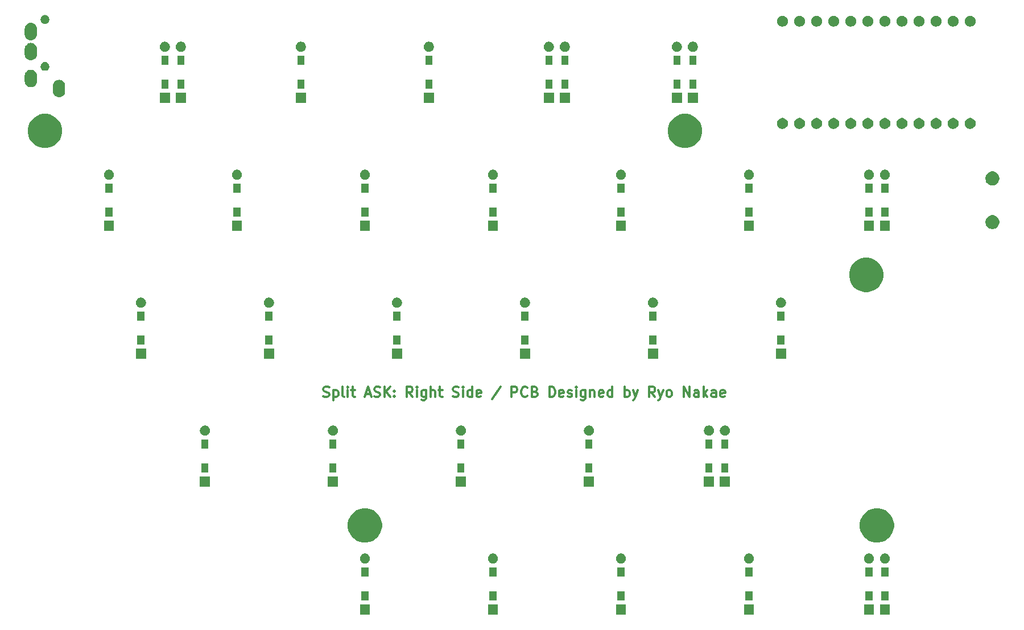
<source format=gbr>
G04 #@! TF.GenerationSoftware,KiCad,Pcbnew,(5.1.2-1)-1*
G04 #@! TF.CreationDate,2019-08-02T10:41:21+09:00*
G04 #@! TF.ProjectId,split-ask_right,73706c69-742d-4617-936b-5f7269676874,rev?*
G04 #@! TF.SameCoordinates,Original*
G04 #@! TF.FileFunction,Soldermask,Top*
G04 #@! TF.FilePolarity,Negative*
%FSLAX46Y46*%
G04 Gerber Fmt 4.6, Leading zero omitted, Abs format (unit mm)*
G04 Created by KiCad (PCBNEW (5.1.2-1)-1) date 2019-08-02 10:41:21*
%MOMM*%
%LPD*%
G04 APERTURE LIST*
%ADD10C,0.300000*%
%ADD11C,0.100000*%
G04 APERTURE END LIST*
D10*
X198607142Y-81607142D02*
X198821428Y-81678571D01*
X199178571Y-81678571D01*
X199321428Y-81607142D01*
X199392857Y-81535714D01*
X199464285Y-81392857D01*
X199464285Y-81250000D01*
X199392857Y-81107142D01*
X199321428Y-81035714D01*
X199178571Y-80964285D01*
X198892857Y-80892857D01*
X198750000Y-80821428D01*
X198678571Y-80750000D01*
X198607142Y-80607142D01*
X198607142Y-80464285D01*
X198678571Y-80321428D01*
X198750000Y-80250000D01*
X198892857Y-80178571D01*
X199250000Y-80178571D01*
X199464285Y-80250000D01*
X200107142Y-80678571D02*
X200107142Y-82178571D01*
X200107142Y-80750000D02*
X200250000Y-80678571D01*
X200535714Y-80678571D01*
X200678571Y-80750000D01*
X200750000Y-80821428D01*
X200821428Y-80964285D01*
X200821428Y-81392857D01*
X200750000Y-81535714D01*
X200678571Y-81607142D01*
X200535714Y-81678571D01*
X200250000Y-81678571D01*
X200107142Y-81607142D01*
X201678571Y-81678571D02*
X201535714Y-81607142D01*
X201464285Y-81464285D01*
X201464285Y-80178571D01*
X202250000Y-81678571D02*
X202250000Y-80678571D01*
X202250000Y-80178571D02*
X202178571Y-80250000D01*
X202250000Y-80321428D01*
X202321428Y-80250000D01*
X202250000Y-80178571D01*
X202250000Y-80321428D01*
X202750000Y-80678571D02*
X203321428Y-80678571D01*
X202964285Y-80178571D02*
X202964285Y-81464285D01*
X203035714Y-81607142D01*
X203178571Y-81678571D01*
X203321428Y-81678571D01*
X204892857Y-81250000D02*
X205607142Y-81250000D01*
X204750000Y-81678571D02*
X205250000Y-80178571D01*
X205750000Y-81678571D01*
X206178571Y-81607142D02*
X206392857Y-81678571D01*
X206750000Y-81678571D01*
X206892857Y-81607142D01*
X206964285Y-81535714D01*
X207035714Y-81392857D01*
X207035714Y-81250000D01*
X206964285Y-81107142D01*
X206892857Y-81035714D01*
X206750000Y-80964285D01*
X206464285Y-80892857D01*
X206321428Y-80821428D01*
X206250000Y-80750000D01*
X206178571Y-80607142D01*
X206178571Y-80464285D01*
X206250000Y-80321428D01*
X206321428Y-80250000D01*
X206464285Y-80178571D01*
X206821428Y-80178571D01*
X207035714Y-80250000D01*
X207678571Y-81678571D02*
X207678571Y-80178571D01*
X208535714Y-81678571D02*
X207892857Y-80821428D01*
X208535714Y-80178571D02*
X207678571Y-81035714D01*
X209178571Y-81535714D02*
X209250000Y-81607142D01*
X209178571Y-81678571D01*
X209107142Y-81607142D01*
X209178571Y-81535714D01*
X209178571Y-81678571D01*
X209178571Y-80750000D02*
X209250000Y-80821428D01*
X209178571Y-80892857D01*
X209107142Y-80821428D01*
X209178571Y-80750000D01*
X209178571Y-80892857D01*
X211892857Y-81678571D02*
X211392857Y-80964285D01*
X211035714Y-81678571D02*
X211035714Y-80178571D01*
X211607142Y-80178571D01*
X211750000Y-80250000D01*
X211821428Y-80321428D01*
X211892857Y-80464285D01*
X211892857Y-80678571D01*
X211821428Y-80821428D01*
X211750000Y-80892857D01*
X211607142Y-80964285D01*
X211035714Y-80964285D01*
X212535714Y-81678571D02*
X212535714Y-80678571D01*
X212535714Y-80178571D02*
X212464285Y-80250000D01*
X212535714Y-80321428D01*
X212607142Y-80250000D01*
X212535714Y-80178571D01*
X212535714Y-80321428D01*
X213892857Y-80678571D02*
X213892857Y-81892857D01*
X213821428Y-82035714D01*
X213750000Y-82107142D01*
X213607142Y-82178571D01*
X213392857Y-82178571D01*
X213250000Y-82107142D01*
X213892857Y-81607142D02*
X213750000Y-81678571D01*
X213464285Y-81678571D01*
X213321428Y-81607142D01*
X213250000Y-81535714D01*
X213178571Y-81392857D01*
X213178571Y-80964285D01*
X213250000Y-80821428D01*
X213321428Y-80750000D01*
X213464285Y-80678571D01*
X213750000Y-80678571D01*
X213892857Y-80750000D01*
X214607142Y-81678571D02*
X214607142Y-80178571D01*
X215250000Y-81678571D02*
X215250000Y-80892857D01*
X215178571Y-80750000D01*
X215035714Y-80678571D01*
X214821428Y-80678571D01*
X214678571Y-80750000D01*
X214607142Y-80821428D01*
X215750000Y-80678571D02*
X216321428Y-80678571D01*
X215964285Y-80178571D02*
X215964285Y-81464285D01*
X216035714Y-81607142D01*
X216178571Y-81678571D01*
X216321428Y-81678571D01*
X217892857Y-81607142D02*
X218107142Y-81678571D01*
X218464285Y-81678571D01*
X218607142Y-81607142D01*
X218678571Y-81535714D01*
X218750000Y-81392857D01*
X218750000Y-81250000D01*
X218678571Y-81107142D01*
X218607142Y-81035714D01*
X218464285Y-80964285D01*
X218178571Y-80892857D01*
X218035714Y-80821428D01*
X217964285Y-80750000D01*
X217892857Y-80607142D01*
X217892857Y-80464285D01*
X217964285Y-80321428D01*
X218035714Y-80250000D01*
X218178571Y-80178571D01*
X218535714Y-80178571D01*
X218750000Y-80250000D01*
X219392857Y-81678571D02*
X219392857Y-80678571D01*
X219392857Y-80178571D02*
X219321428Y-80250000D01*
X219392857Y-80321428D01*
X219464285Y-80250000D01*
X219392857Y-80178571D01*
X219392857Y-80321428D01*
X220750000Y-81678571D02*
X220750000Y-80178571D01*
X220750000Y-81607142D02*
X220607142Y-81678571D01*
X220321428Y-81678571D01*
X220178571Y-81607142D01*
X220107142Y-81535714D01*
X220035714Y-81392857D01*
X220035714Y-80964285D01*
X220107142Y-80821428D01*
X220178571Y-80750000D01*
X220321428Y-80678571D01*
X220607142Y-80678571D01*
X220750000Y-80750000D01*
X222035714Y-81607142D02*
X221892857Y-81678571D01*
X221607142Y-81678571D01*
X221464285Y-81607142D01*
X221392857Y-81464285D01*
X221392857Y-80892857D01*
X221464285Y-80750000D01*
X221607142Y-80678571D01*
X221892857Y-80678571D01*
X222035714Y-80750000D01*
X222107142Y-80892857D01*
X222107142Y-81035714D01*
X221392857Y-81178571D01*
X224964285Y-80107142D02*
X223678571Y-82035714D01*
X226607142Y-81678571D02*
X226607142Y-80178571D01*
X227178571Y-80178571D01*
X227321428Y-80250000D01*
X227392857Y-80321428D01*
X227464285Y-80464285D01*
X227464285Y-80678571D01*
X227392857Y-80821428D01*
X227321428Y-80892857D01*
X227178571Y-80964285D01*
X226607142Y-80964285D01*
X228964285Y-81535714D02*
X228892857Y-81607142D01*
X228678571Y-81678571D01*
X228535714Y-81678571D01*
X228321428Y-81607142D01*
X228178571Y-81464285D01*
X228107142Y-81321428D01*
X228035714Y-81035714D01*
X228035714Y-80821428D01*
X228107142Y-80535714D01*
X228178571Y-80392857D01*
X228321428Y-80250000D01*
X228535714Y-80178571D01*
X228678571Y-80178571D01*
X228892857Y-80250000D01*
X228964285Y-80321428D01*
X230107142Y-80892857D02*
X230321428Y-80964285D01*
X230392857Y-81035714D01*
X230464285Y-81178571D01*
X230464285Y-81392857D01*
X230392857Y-81535714D01*
X230321428Y-81607142D01*
X230178571Y-81678571D01*
X229607142Y-81678571D01*
X229607142Y-80178571D01*
X230107142Y-80178571D01*
X230250000Y-80250000D01*
X230321428Y-80321428D01*
X230392857Y-80464285D01*
X230392857Y-80607142D01*
X230321428Y-80750000D01*
X230250000Y-80821428D01*
X230107142Y-80892857D01*
X229607142Y-80892857D01*
X232250000Y-81678571D02*
X232250000Y-80178571D01*
X232607142Y-80178571D01*
X232821428Y-80250000D01*
X232964285Y-80392857D01*
X233035714Y-80535714D01*
X233107142Y-80821428D01*
X233107142Y-81035714D01*
X233035714Y-81321428D01*
X232964285Y-81464285D01*
X232821428Y-81607142D01*
X232607142Y-81678571D01*
X232250000Y-81678571D01*
X234321428Y-81607142D02*
X234178571Y-81678571D01*
X233892857Y-81678571D01*
X233750000Y-81607142D01*
X233678571Y-81464285D01*
X233678571Y-80892857D01*
X233750000Y-80750000D01*
X233892857Y-80678571D01*
X234178571Y-80678571D01*
X234321428Y-80750000D01*
X234392857Y-80892857D01*
X234392857Y-81035714D01*
X233678571Y-81178571D01*
X234964285Y-81607142D02*
X235107142Y-81678571D01*
X235392857Y-81678571D01*
X235535714Y-81607142D01*
X235607142Y-81464285D01*
X235607142Y-81392857D01*
X235535714Y-81250000D01*
X235392857Y-81178571D01*
X235178571Y-81178571D01*
X235035714Y-81107142D01*
X234964285Y-80964285D01*
X234964285Y-80892857D01*
X235035714Y-80750000D01*
X235178571Y-80678571D01*
X235392857Y-80678571D01*
X235535714Y-80750000D01*
X236250000Y-81678571D02*
X236250000Y-80678571D01*
X236250000Y-80178571D02*
X236178571Y-80250000D01*
X236250000Y-80321428D01*
X236321428Y-80250000D01*
X236250000Y-80178571D01*
X236250000Y-80321428D01*
X237607142Y-80678571D02*
X237607142Y-81892857D01*
X237535714Y-82035714D01*
X237464285Y-82107142D01*
X237321428Y-82178571D01*
X237107142Y-82178571D01*
X236964285Y-82107142D01*
X237607142Y-81607142D02*
X237464285Y-81678571D01*
X237178571Y-81678571D01*
X237035714Y-81607142D01*
X236964285Y-81535714D01*
X236892857Y-81392857D01*
X236892857Y-80964285D01*
X236964285Y-80821428D01*
X237035714Y-80750000D01*
X237178571Y-80678571D01*
X237464285Y-80678571D01*
X237607142Y-80750000D01*
X238321428Y-80678571D02*
X238321428Y-81678571D01*
X238321428Y-80821428D02*
X238392857Y-80750000D01*
X238535714Y-80678571D01*
X238750000Y-80678571D01*
X238892857Y-80750000D01*
X238964285Y-80892857D01*
X238964285Y-81678571D01*
X240250000Y-81607142D02*
X240107142Y-81678571D01*
X239821428Y-81678571D01*
X239678571Y-81607142D01*
X239607142Y-81464285D01*
X239607142Y-80892857D01*
X239678571Y-80750000D01*
X239821428Y-80678571D01*
X240107142Y-80678571D01*
X240250000Y-80750000D01*
X240321428Y-80892857D01*
X240321428Y-81035714D01*
X239607142Y-81178571D01*
X241607142Y-81678571D02*
X241607142Y-80178571D01*
X241607142Y-81607142D02*
X241464285Y-81678571D01*
X241178571Y-81678571D01*
X241035714Y-81607142D01*
X240964285Y-81535714D01*
X240892857Y-81392857D01*
X240892857Y-80964285D01*
X240964285Y-80821428D01*
X241035714Y-80750000D01*
X241178571Y-80678571D01*
X241464285Y-80678571D01*
X241607142Y-80750000D01*
X243464285Y-81678571D02*
X243464285Y-80178571D01*
X243464285Y-80750000D02*
X243607142Y-80678571D01*
X243892857Y-80678571D01*
X244035714Y-80750000D01*
X244107142Y-80821428D01*
X244178571Y-80964285D01*
X244178571Y-81392857D01*
X244107142Y-81535714D01*
X244035714Y-81607142D01*
X243892857Y-81678571D01*
X243607142Y-81678571D01*
X243464285Y-81607142D01*
X244678571Y-80678571D02*
X245035714Y-81678571D01*
X245392857Y-80678571D02*
X245035714Y-81678571D01*
X244892857Y-82035714D01*
X244821428Y-82107142D01*
X244678571Y-82178571D01*
X247964285Y-81678571D02*
X247464285Y-80964285D01*
X247107142Y-81678571D02*
X247107142Y-80178571D01*
X247678571Y-80178571D01*
X247821428Y-80250000D01*
X247892857Y-80321428D01*
X247964285Y-80464285D01*
X247964285Y-80678571D01*
X247892857Y-80821428D01*
X247821428Y-80892857D01*
X247678571Y-80964285D01*
X247107142Y-80964285D01*
X248464285Y-80678571D02*
X248821428Y-81678571D01*
X249178571Y-80678571D02*
X248821428Y-81678571D01*
X248678571Y-82035714D01*
X248607142Y-82107142D01*
X248464285Y-82178571D01*
X249964285Y-81678571D02*
X249821428Y-81607142D01*
X249750000Y-81535714D01*
X249678571Y-81392857D01*
X249678571Y-80964285D01*
X249750000Y-80821428D01*
X249821428Y-80750000D01*
X249964285Y-80678571D01*
X250178571Y-80678571D01*
X250321428Y-80750000D01*
X250392857Y-80821428D01*
X250464285Y-80964285D01*
X250464285Y-81392857D01*
X250392857Y-81535714D01*
X250321428Y-81607142D01*
X250178571Y-81678571D01*
X249964285Y-81678571D01*
X252250000Y-81678571D02*
X252250000Y-80178571D01*
X253107142Y-81678571D01*
X253107142Y-80178571D01*
X254464285Y-81678571D02*
X254464285Y-80892857D01*
X254392857Y-80750000D01*
X254250000Y-80678571D01*
X253964285Y-80678571D01*
X253821428Y-80750000D01*
X254464285Y-81607142D02*
X254321428Y-81678571D01*
X253964285Y-81678571D01*
X253821428Y-81607142D01*
X253750000Y-81464285D01*
X253750000Y-81321428D01*
X253821428Y-81178571D01*
X253964285Y-81107142D01*
X254321428Y-81107142D01*
X254464285Y-81035714D01*
X255178571Y-81678571D02*
X255178571Y-80178571D01*
X255321428Y-81107142D02*
X255750000Y-81678571D01*
X255750000Y-80678571D02*
X255178571Y-81250000D01*
X257035714Y-81678571D02*
X257035714Y-80892857D01*
X256964285Y-80750000D01*
X256821428Y-80678571D01*
X256535714Y-80678571D01*
X256392857Y-80750000D01*
X257035714Y-81607142D02*
X256892857Y-81678571D01*
X256535714Y-81678571D01*
X256392857Y-81607142D01*
X256321428Y-81464285D01*
X256321428Y-81321428D01*
X256392857Y-81178571D01*
X256535714Y-81107142D01*
X256892857Y-81107142D01*
X257035714Y-81035714D01*
X258321428Y-81607142D02*
X258178571Y-81678571D01*
X257892857Y-81678571D01*
X257750000Y-81607142D01*
X257678571Y-81464285D01*
X257678571Y-80892857D01*
X257750000Y-80750000D01*
X257892857Y-80678571D01*
X258178571Y-80678571D01*
X258321428Y-80750000D01*
X258392857Y-80892857D01*
X258392857Y-81035714D01*
X257678571Y-81178571D01*
D11*
G36*
X282927500Y-114097500D02*
G01*
X281428500Y-114097500D01*
X281428500Y-112598500D01*
X282927500Y-112598500D01*
X282927500Y-114097500D01*
X282927500Y-114097500D01*
G37*
G36*
X280546500Y-114097500D02*
G01*
X279047500Y-114097500D01*
X279047500Y-112598500D01*
X280546500Y-112598500D01*
X280546500Y-114097500D01*
X280546500Y-114097500D01*
G37*
G36*
X262687500Y-114097500D02*
G01*
X261188500Y-114097500D01*
X261188500Y-112598500D01*
X262687500Y-112598500D01*
X262687500Y-114097500D01*
X262687500Y-114097500D01*
G37*
G36*
X243637500Y-114097500D02*
G01*
X242138500Y-114097500D01*
X242138500Y-112598500D01*
X243637500Y-112598500D01*
X243637500Y-114097500D01*
X243637500Y-114097500D01*
G37*
G36*
X224587500Y-114097500D02*
G01*
X223088500Y-114097500D01*
X223088500Y-112598500D01*
X224587500Y-112598500D01*
X224587500Y-114097500D01*
X224587500Y-114097500D01*
G37*
G36*
X205537500Y-114097500D02*
G01*
X204038500Y-114097500D01*
X204038500Y-112598500D01*
X205537500Y-112598500D01*
X205537500Y-114097500D01*
X205537500Y-114097500D01*
G37*
G36*
X282704000Y-112014000D02*
G01*
X281652000Y-112014000D01*
X281652000Y-110612000D01*
X282704000Y-110612000D01*
X282704000Y-112014000D01*
X282704000Y-112014000D01*
G37*
G36*
X224364000Y-112014000D02*
G01*
X223312000Y-112014000D01*
X223312000Y-110612000D01*
X224364000Y-110612000D01*
X224364000Y-112014000D01*
X224364000Y-112014000D01*
G37*
G36*
X205314000Y-112014000D02*
G01*
X204262000Y-112014000D01*
X204262000Y-110612000D01*
X205314000Y-110612000D01*
X205314000Y-112014000D01*
X205314000Y-112014000D01*
G37*
G36*
X280323000Y-112014000D02*
G01*
X279271000Y-112014000D01*
X279271000Y-110612000D01*
X280323000Y-110612000D01*
X280323000Y-112014000D01*
X280323000Y-112014000D01*
G37*
G36*
X243414000Y-112014000D02*
G01*
X242362000Y-112014000D01*
X242362000Y-110612000D01*
X243414000Y-110612000D01*
X243414000Y-112014000D01*
X243414000Y-112014000D01*
G37*
G36*
X262464000Y-112014000D02*
G01*
X261412000Y-112014000D01*
X261412000Y-110612000D01*
X262464000Y-110612000D01*
X262464000Y-112014000D01*
X262464000Y-112014000D01*
G37*
G36*
X280323000Y-108464000D02*
G01*
X279271000Y-108464000D01*
X279271000Y-107062000D01*
X280323000Y-107062000D01*
X280323000Y-108464000D01*
X280323000Y-108464000D01*
G37*
G36*
X243414000Y-108464000D02*
G01*
X242362000Y-108464000D01*
X242362000Y-107062000D01*
X243414000Y-107062000D01*
X243414000Y-108464000D01*
X243414000Y-108464000D01*
G37*
G36*
X262464000Y-108464000D02*
G01*
X261412000Y-108464000D01*
X261412000Y-107062000D01*
X262464000Y-107062000D01*
X262464000Y-108464000D01*
X262464000Y-108464000D01*
G37*
G36*
X205314000Y-108464000D02*
G01*
X204262000Y-108464000D01*
X204262000Y-107062000D01*
X205314000Y-107062000D01*
X205314000Y-108464000D01*
X205314000Y-108464000D01*
G37*
G36*
X224364000Y-108464000D02*
G01*
X223312000Y-108464000D01*
X223312000Y-107062000D01*
X224364000Y-107062000D01*
X224364000Y-108464000D01*
X224364000Y-108464000D01*
G37*
G36*
X282704000Y-108464000D02*
G01*
X281652000Y-108464000D01*
X281652000Y-107062000D01*
X282704000Y-107062000D01*
X282704000Y-108464000D01*
X282704000Y-108464000D01*
G37*
G36*
X204882425Y-104982599D02*
G01*
X205006621Y-105007302D01*
X205143022Y-105063801D01*
X205265779Y-105145825D01*
X205370175Y-105250221D01*
X205452199Y-105372978D01*
X205508698Y-105509379D01*
X205537500Y-105654181D01*
X205537500Y-105801819D01*
X205508698Y-105946621D01*
X205452199Y-106083022D01*
X205370175Y-106205779D01*
X205265779Y-106310175D01*
X205143022Y-106392199D01*
X205006621Y-106448698D01*
X204882425Y-106473401D01*
X204861820Y-106477500D01*
X204714180Y-106477500D01*
X204693575Y-106473401D01*
X204569379Y-106448698D01*
X204432978Y-106392199D01*
X204310221Y-106310175D01*
X204205825Y-106205779D01*
X204123801Y-106083022D01*
X204067302Y-105946621D01*
X204038500Y-105801819D01*
X204038500Y-105654181D01*
X204067302Y-105509379D01*
X204123801Y-105372978D01*
X204205825Y-105250221D01*
X204310221Y-105145825D01*
X204432978Y-105063801D01*
X204569379Y-105007302D01*
X204693575Y-104982599D01*
X204714180Y-104978500D01*
X204861820Y-104978500D01*
X204882425Y-104982599D01*
X204882425Y-104982599D01*
G37*
G36*
X223932425Y-104982599D02*
G01*
X224056621Y-105007302D01*
X224193022Y-105063801D01*
X224315779Y-105145825D01*
X224420175Y-105250221D01*
X224502199Y-105372978D01*
X224558698Y-105509379D01*
X224587500Y-105654181D01*
X224587500Y-105801819D01*
X224558698Y-105946621D01*
X224502199Y-106083022D01*
X224420175Y-106205779D01*
X224315779Y-106310175D01*
X224193022Y-106392199D01*
X224056621Y-106448698D01*
X223932425Y-106473401D01*
X223911820Y-106477500D01*
X223764180Y-106477500D01*
X223743575Y-106473401D01*
X223619379Y-106448698D01*
X223482978Y-106392199D01*
X223360221Y-106310175D01*
X223255825Y-106205779D01*
X223173801Y-106083022D01*
X223117302Y-105946621D01*
X223088500Y-105801819D01*
X223088500Y-105654181D01*
X223117302Y-105509379D01*
X223173801Y-105372978D01*
X223255825Y-105250221D01*
X223360221Y-105145825D01*
X223482978Y-105063801D01*
X223619379Y-105007302D01*
X223743575Y-104982599D01*
X223764180Y-104978500D01*
X223911820Y-104978500D01*
X223932425Y-104982599D01*
X223932425Y-104982599D01*
G37*
G36*
X282272425Y-104982599D02*
G01*
X282396621Y-105007302D01*
X282533022Y-105063801D01*
X282655779Y-105145825D01*
X282760175Y-105250221D01*
X282842199Y-105372978D01*
X282898698Y-105509379D01*
X282927500Y-105654181D01*
X282927500Y-105801819D01*
X282898698Y-105946621D01*
X282842199Y-106083022D01*
X282760175Y-106205779D01*
X282655779Y-106310175D01*
X282533022Y-106392199D01*
X282396621Y-106448698D01*
X282272425Y-106473401D01*
X282251820Y-106477500D01*
X282104180Y-106477500D01*
X282083575Y-106473401D01*
X281959379Y-106448698D01*
X281822978Y-106392199D01*
X281700221Y-106310175D01*
X281595825Y-106205779D01*
X281513801Y-106083022D01*
X281457302Y-105946621D01*
X281428500Y-105801819D01*
X281428500Y-105654181D01*
X281457302Y-105509379D01*
X281513801Y-105372978D01*
X281595825Y-105250221D01*
X281700221Y-105145825D01*
X281822978Y-105063801D01*
X281959379Y-105007302D01*
X282083575Y-104982599D01*
X282104180Y-104978500D01*
X282251820Y-104978500D01*
X282272425Y-104982599D01*
X282272425Y-104982599D01*
G37*
G36*
X279891425Y-104982599D02*
G01*
X280015621Y-105007302D01*
X280152022Y-105063801D01*
X280274779Y-105145825D01*
X280379175Y-105250221D01*
X280461199Y-105372978D01*
X280517698Y-105509379D01*
X280546500Y-105654181D01*
X280546500Y-105801819D01*
X280517698Y-105946621D01*
X280461199Y-106083022D01*
X280379175Y-106205779D01*
X280274779Y-106310175D01*
X280152022Y-106392199D01*
X280015621Y-106448698D01*
X279891425Y-106473401D01*
X279870820Y-106477500D01*
X279723180Y-106477500D01*
X279702575Y-106473401D01*
X279578379Y-106448698D01*
X279441978Y-106392199D01*
X279319221Y-106310175D01*
X279214825Y-106205779D01*
X279132801Y-106083022D01*
X279076302Y-105946621D01*
X279047500Y-105801819D01*
X279047500Y-105654181D01*
X279076302Y-105509379D01*
X279132801Y-105372978D01*
X279214825Y-105250221D01*
X279319221Y-105145825D01*
X279441978Y-105063801D01*
X279578379Y-105007302D01*
X279702575Y-104982599D01*
X279723180Y-104978500D01*
X279870820Y-104978500D01*
X279891425Y-104982599D01*
X279891425Y-104982599D01*
G37*
G36*
X242982425Y-104982599D02*
G01*
X243106621Y-105007302D01*
X243243022Y-105063801D01*
X243365779Y-105145825D01*
X243470175Y-105250221D01*
X243552199Y-105372978D01*
X243608698Y-105509379D01*
X243637500Y-105654181D01*
X243637500Y-105801819D01*
X243608698Y-105946621D01*
X243552199Y-106083022D01*
X243470175Y-106205779D01*
X243365779Y-106310175D01*
X243243022Y-106392199D01*
X243106621Y-106448698D01*
X242982425Y-106473401D01*
X242961820Y-106477500D01*
X242814180Y-106477500D01*
X242793575Y-106473401D01*
X242669379Y-106448698D01*
X242532978Y-106392199D01*
X242410221Y-106310175D01*
X242305825Y-106205779D01*
X242223801Y-106083022D01*
X242167302Y-105946621D01*
X242138500Y-105801819D01*
X242138500Y-105654181D01*
X242167302Y-105509379D01*
X242223801Y-105372978D01*
X242305825Y-105250221D01*
X242410221Y-105145825D01*
X242532978Y-105063801D01*
X242669379Y-105007302D01*
X242793575Y-104982599D01*
X242814180Y-104978500D01*
X242961820Y-104978500D01*
X242982425Y-104982599D01*
X242982425Y-104982599D01*
G37*
G36*
X262032425Y-104982599D02*
G01*
X262156621Y-105007302D01*
X262293022Y-105063801D01*
X262415779Y-105145825D01*
X262520175Y-105250221D01*
X262602199Y-105372978D01*
X262658698Y-105509379D01*
X262687500Y-105654181D01*
X262687500Y-105801819D01*
X262658698Y-105946621D01*
X262602199Y-106083022D01*
X262520175Y-106205779D01*
X262415779Y-106310175D01*
X262293022Y-106392199D01*
X262156621Y-106448698D01*
X262032425Y-106473401D01*
X262011820Y-106477500D01*
X261864180Y-106477500D01*
X261843575Y-106473401D01*
X261719379Y-106448698D01*
X261582978Y-106392199D01*
X261460221Y-106310175D01*
X261355825Y-106205779D01*
X261273801Y-106083022D01*
X261217302Y-105946621D01*
X261188500Y-105801819D01*
X261188500Y-105654181D01*
X261217302Y-105509379D01*
X261273801Y-105372978D01*
X261355825Y-105250221D01*
X261460221Y-105145825D01*
X261582978Y-105063801D01*
X261719379Y-105007302D01*
X261843575Y-104982599D01*
X261864180Y-104978500D01*
X262011820Y-104978500D01*
X262032425Y-104982599D01*
X262032425Y-104982599D01*
G37*
G36*
X205532098Y-98353033D02*
G01*
X205996350Y-98545332D01*
X205996352Y-98545333D01*
X206414168Y-98824509D01*
X206769491Y-99179832D01*
X207048667Y-99597648D01*
X207048668Y-99597650D01*
X207240967Y-100061902D01*
X207339000Y-100554747D01*
X207339000Y-101057253D01*
X207240967Y-101550098D01*
X207048668Y-102014350D01*
X207048667Y-102014352D01*
X206769491Y-102432168D01*
X206414168Y-102787491D01*
X205996352Y-103066667D01*
X205996351Y-103066668D01*
X205996350Y-103066668D01*
X205532098Y-103258967D01*
X205039253Y-103357000D01*
X204536747Y-103357000D01*
X204043902Y-103258967D01*
X203579650Y-103066668D01*
X203579649Y-103066668D01*
X203579648Y-103066667D01*
X203161832Y-102787491D01*
X202806509Y-102432168D01*
X202527333Y-102014352D01*
X202527332Y-102014350D01*
X202335033Y-101550098D01*
X202237000Y-101057253D01*
X202237000Y-100554747D01*
X202335033Y-100061902D01*
X202527332Y-99597650D01*
X202527333Y-99597648D01*
X202806509Y-99179832D01*
X203161832Y-98824509D01*
X203579648Y-98545333D01*
X203579650Y-98545332D01*
X204043902Y-98353033D01*
X204536747Y-98255000D01*
X205039253Y-98255000D01*
X205532098Y-98353033D01*
X205532098Y-98353033D01*
G37*
G36*
X281732098Y-98353033D02*
G01*
X282196350Y-98545332D01*
X282196352Y-98545333D01*
X282614168Y-98824509D01*
X282969491Y-99179832D01*
X283248667Y-99597648D01*
X283248668Y-99597650D01*
X283440967Y-100061902D01*
X283539000Y-100554747D01*
X283539000Y-101057253D01*
X283440967Y-101550098D01*
X283248668Y-102014350D01*
X283248667Y-102014352D01*
X282969491Y-102432168D01*
X282614168Y-102787491D01*
X282196352Y-103066667D01*
X282196351Y-103066668D01*
X282196350Y-103066668D01*
X281732098Y-103258967D01*
X281239253Y-103357000D01*
X280736747Y-103357000D01*
X280243902Y-103258967D01*
X279779650Y-103066668D01*
X279779649Y-103066668D01*
X279779648Y-103066667D01*
X279361832Y-102787491D01*
X279006509Y-102432168D01*
X278727333Y-102014352D01*
X278727332Y-102014350D01*
X278535033Y-101550098D01*
X278437000Y-101057253D01*
X278437000Y-100554747D01*
X278535033Y-100061902D01*
X278727332Y-99597650D01*
X278727333Y-99597648D01*
X279006509Y-99179832D01*
X279361832Y-98824509D01*
X279779648Y-98545333D01*
X279779650Y-98545332D01*
X280243902Y-98353033D01*
X280736747Y-98255000D01*
X281239253Y-98255000D01*
X281732098Y-98353033D01*
X281732098Y-98353033D01*
G37*
G36*
X181724500Y-95047000D02*
G01*
X180225500Y-95047000D01*
X180225500Y-93548000D01*
X181724500Y-93548000D01*
X181724500Y-95047000D01*
X181724500Y-95047000D01*
G37*
G36*
X200774500Y-95047000D02*
G01*
X199275500Y-95047000D01*
X199275500Y-93548000D01*
X200774500Y-93548000D01*
X200774500Y-95047000D01*
X200774500Y-95047000D01*
G37*
G36*
X219824500Y-95047000D02*
G01*
X218325500Y-95047000D01*
X218325500Y-93548000D01*
X219824500Y-93548000D01*
X219824500Y-95047000D01*
X219824500Y-95047000D01*
G37*
G36*
X238874500Y-95047000D02*
G01*
X237375500Y-95047000D01*
X237375500Y-93548000D01*
X238874500Y-93548000D01*
X238874500Y-95047000D01*
X238874500Y-95047000D01*
G37*
G36*
X256733500Y-95047000D02*
G01*
X255234500Y-95047000D01*
X255234500Y-93548000D01*
X256733500Y-93548000D01*
X256733500Y-95047000D01*
X256733500Y-95047000D01*
G37*
G36*
X259115500Y-95047000D02*
G01*
X257616500Y-95047000D01*
X257616500Y-93548000D01*
X259115500Y-93548000D01*
X259115500Y-95047000D01*
X259115500Y-95047000D01*
G37*
G36*
X258892000Y-92963500D02*
G01*
X257840000Y-92963500D01*
X257840000Y-91561500D01*
X258892000Y-91561500D01*
X258892000Y-92963500D01*
X258892000Y-92963500D01*
G37*
G36*
X238651000Y-92963500D02*
G01*
X237599000Y-92963500D01*
X237599000Y-91561500D01*
X238651000Y-91561500D01*
X238651000Y-92963500D01*
X238651000Y-92963500D01*
G37*
G36*
X181501000Y-92963500D02*
G01*
X180449000Y-92963500D01*
X180449000Y-91561500D01*
X181501000Y-91561500D01*
X181501000Y-92963500D01*
X181501000Y-92963500D01*
G37*
G36*
X200551000Y-92963500D02*
G01*
X199499000Y-92963500D01*
X199499000Y-91561500D01*
X200551000Y-91561500D01*
X200551000Y-92963500D01*
X200551000Y-92963500D01*
G37*
G36*
X219601000Y-92963500D02*
G01*
X218549000Y-92963500D01*
X218549000Y-91561500D01*
X219601000Y-91561500D01*
X219601000Y-92963500D01*
X219601000Y-92963500D01*
G37*
G36*
X256510000Y-92963500D02*
G01*
X255458000Y-92963500D01*
X255458000Y-91561500D01*
X256510000Y-91561500D01*
X256510000Y-92963500D01*
X256510000Y-92963500D01*
G37*
G36*
X181501000Y-89413500D02*
G01*
X180449000Y-89413500D01*
X180449000Y-88011500D01*
X181501000Y-88011500D01*
X181501000Y-89413500D01*
X181501000Y-89413500D01*
G37*
G36*
X200551000Y-89413500D02*
G01*
X199499000Y-89413500D01*
X199499000Y-88011500D01*
X200551000Y-88011500D01*
X200551000Y-89413500D01*
X200551000Y-89413500D01*
G37*
G36*
X219601000Y-89413500D02*
G01*
X218549000Y-89413500D01*
X218549000Y-88011500D01*
X219601000Y-88011500D01*
X219601000Y-89413500D01*
X219601000Y-89413500D01*
G37*
G36*
X238651000Y-89413500D02*
G01*
X237599000Y-89413500D01*
X237599000Y-88011500D01*
X238651000Y-88011500D01*
X238651000Y-89413500D01*
X238651000Y-89413500D01*
G37*
G36*
X256510000Y-89413500D02*
G01*
X255458000Y-89413500D01*
X255458000Y-88011500D01*
X256510000Y-88011500D01*
X256510000Y-89413500D01*
X256510000Y-89413500D01*
G37*
G36*
X258892000Y-89413500D02*
G01*
X257840000Y-89413500D01*
X257840000Y-88011500D01*
X258892000Y-88011500D01*
X258892000Y-89413500D01*
X258892000Y-89413500D01*
G37*
G36*
X200119425Y-85932099D02*
G01*
X200243621Y-85956802D01*
X200380022Y-86013301D01*
X200502779Y-86095325D01*
X200607175Y-86199721D01*
X200689199Y-86322478D01*
X200745698Y-86458879D01*
X200774500Y-86603681D01*
X200774500Y-86751319D01*
X200745698Y-86896121D01*
X200689199Y-87032522D01*
X200607175Y-87155279D01*
X200502779Y-87259675D01*
X200380022Y-87341699D01*
X200243621Y-87398198D01*
X200119425Y-87422901D01*
X200098820Y-87427000D01*
X199951180Y-87427000D01*
X199930575Y-87422901D01*
X199806379Y-87398198D01*
X199669978Y-87341699D01*
X199547221Y-87259675D01*
X199442825Y-87155279D01*
X199360801Y-87032522D01*
X199304302Y-86896121D01*
X199275500Y-86751319D01*
X199275500Y-86603681D01*
X199304302Y-86458879D01*
X199360801Y-86322478D01*
X199442825Y-86199721D01*
X199547221Y-86095325D01*
X199669978Y-86013301D01*
X199806379Y-85956802D01*
X199930575Y-85932099D01*
X199951180Y-85928000D01*
X200098820Y-85928000D01*
X200119425Y-85932099D01*
X200119425Y-85932099D01*
G37*
G36*
X181069425Y-85932099D02*
G01*
X181193621Y-85956802D01*
X181330022Y-86013301D01*
X181452779Y-86095325D01*
X181557175Y-86199721D01*
X181639199Y-86322478D01*
X181695698Y-86458879D01*
X181724500Y-86603681D01*
X181724500Y-86751319D01*
X181695698Y-86896121D01*
X181639199Y-87032522D01*
X181557175Y-87155279D01*
X181452779Y-87259675D01*
X181330022Y-87341699D01*
X181193621Y-87398198D01*
X181069425Y-87422901D01*
X181048820Y-87427000D01*
X180901180Y-87427000D01*
X180880575Y-87422901D01*
X180756379Y-87398198D01*
X180619978Y-87341699D01*
X180497221Y-87259675D01*
X180392825Y-87155279D01*
X180310801Y-87032522D01*
X180254302Y-86896121D01*
X180225500Y-86751319D01*
X180225500Y-86603681D01*
X180254302Y-86458879D01*
X180310801Y-86322478D01*
X180392825Y-86199721D01*
X180497221Y-86095325D01*
X180619978Y-86013301D01*
X180756379Y-85956802D01*
X180880575Y-85932099D01*
X180901180Y-85928000D01*
X181048820Y-85928000D01*
X181069425Y-85932099D01*
X181069425Y-85932099D01*
G37*
G36*
X258460425Y-85932099D02*
G01*
X258584621Y-85956802D01*
X258721022Y-86013301D01*
X258843779Y-86095325D01*
X258948175Y-86199721D01*
X259030199Y-86322478D01*
X259086698Y-86458879D01*
X259115500Y-86603681D01*
X259115500Y-86751319D01*
X259086698Y-86896121D01*
X259030199Y-87032522D01*
X258948175Y-87155279D01*
X258843779Y-87259675D01*
X258721022Y-87341699D01*
X258584621Y-87398198D01*
X258460425Y-87422901D01*
X258439820Y-87427000D01*
X258292180Y-87427000D01*
X258271575Y-87422901D01*
X258147379Y-87398198D01*
X258010978Y-87341699D01*
X257888221Y-87259675D01*
X257783825Y-87155279D01*
X257701801Y-87032522D01*
X257645302Y-86896121D01*
X257616500Y-86751319D01*
X257616500Y-86603681D01*
X257645302Y-86458879D01*
X257701801Y-86322478D01*
X257783825Y-86199721D01*
X257888221Y-86095325D01*
X258010978Y-86013301D01*
X258147379Y-85956802D01*
X258271575Y-85932099D01*
X258292180Y-85928000D01*
X258439820Y-85928000D01*
X258460425Y-85932099D01*
X258460425Y-85932099D01*
G37*
G36*
X256078425Y-85932099D02*
G01*
X256202621Y-85956802D01*
X256339022Y-86013301D01*
X256461779Y-86095325D01*
X256566175Y-86199721D01*
X256648199Y-86322478D01*
X256704698Y-86458879D01*
X256733500Y-86603681D01*
X256733500Y-86751319D01*
X256704698Y-86896121D01*
X256648199Y-87032522D01*
X256566175Y-87155279D01*
X256461779Y-87259675D01*
X256339022Y-87341699D01*
X256202621Y-87398198D01*
X256078425Y-87422901D01*
X256057820Y-87427000D01*
X255910180Y-87427000D01*
X255889575Y-87422901D01*
X255765379Y-87398198D01*
X255628978Y-87341699D01*
X255506221Y-87259675D01*
X255401825Y-87155279D01*
X255319801Y-87032522D01*
X255263302Y-86896121D01*
X255234500Y-86751319D01*
X255234500Y-86603681D01*
X255263302Y-86458879D01*
X255319801Y-86322478D01*
X255401825Y-86199721D01*
X255506221Y-86095325D01*
X255628978Y-86013301D01*
X255765379Y-85956802D01*
X255889575Y-85932099D01*
X255910180Y-85928000D01*
X256057820Y-85928000D01*
X256078425Y-85932099D01*
X256078425Y-85932099D01*
G37*
G36*
X219169425Y-85932099D02*
G01*
X219293621Y-85956802D01*
X219430022Y-86013301D01*
X219552779Y-86095325D01*
X219657175Y-86199721D01*
X219739199Y-86322478D01*
X219795698Y-86458879D01*
X219824500Y-86603681D01*
X219824500Y-86751319D01*
X219795698Y-86896121D01*
X219739199Y-87032522D01*
X219657175Y-87155279D01*
X219552779Y-87259675D01*
X219430022Y-87341699D01*
X219293621Y-87398198D01*
X219169425Y-87422901D01*
X219148820Y-87427000D01*
X219001180Y-87427000D01*
X218980575Y-87422901D01*
X218856379Y-87398198D01*
X218719978Y-87341699D01*
X218597221Y-87259675D01*
X218492825Y-87155279D01*
X218410801Y-87032522D01*
X218354302Y-86896121D01*
X218325500Y-86751319D01*
X218325500Y-86603681D01*
X218354302Y-86458879D01*
X218410801Y-86322478D01*
X218492825Y-86199721D01*
X218597221Y-86095325D01*
X218719978Y-86013301D01*
X218856379Y-85956802D01*
X218980575Y-85932099D01*
X219001180Y-85928000D01*
X219148820Y-85928000D01*
X219169425Y-85932099D01*
X219169425Y-85932099D01*
G37*
G36*
X238219425Y-85932099D02*
G01*
X238343621Y-85956802D01*
X238480022Y-86013301D01*
X238602779Y-86095325D01*
X238707175Y-86199721D01*
X238789199Y-86322478D01*
X238845698Y-86458879D01*
X238874500Y-86603681D01*
X238874500Y-86751319D01*
X238845698Y-86896121D01*
X238789199Y-87032522D01*
X238707175Y-87155279D01*
X238602779Y-87259675D01*
X238480022Y-87341699D01*
X238343621Y-87398198D01*
X238219425Y-87422901D01*
X238198820Y-87427000D01*
X238051180Y-87427000D01*
X238030575Y-87422901D01*
X237906379Y-87398198D01*
X237769978Y-87341699D01*
X237647221Y-87259675D01*
X237542825Y-87155279D01*
X237460801Y-87032522D01*
X237404302Y-86896121D01*
X237375500Y-86751319D01*
X237375500Y-86603681D01*
X237404302Y-86458879D01*
X237460801Y-86322478D01*
X237542825Y-86199721D01*
X237647221Y-86095325D01*
X237769978Y-86013301D01*
X237906379Y-85956802D01*
X238030575Y-85932099D01*
X238051180Y-85928000D01*
X238198820Y-85928000D01*
X238219425Y-85932099D01*
X238219425Y-85932099D01*
G37*
G36*
X267449500Y-75997000D02*
G01*
X265950500Y-75997000D01*
X265950500Y-74498000D01*
X267449500Y-74498000D01*
X267449500Y-75997000D01*
X267449500Y-75997000D01*
G37*
G36*
X172199500Y-75997000D02*
G01*
X170700500Y-75997000D01*
X170700500Y-74498000D01*
X172199500Y-74498000D01*
X172199500Y-75997000D01*
X172199500Y-75997000D01*
G37*
G36*
X191249500Y-75997000D02*
G01*
X189750500Y-75997000D01*
X189750500Y-74498000D01*
X191249500Y-74498000D01*
X191249500Y-75997000D01*
X191249500Y-75997000D01*
G37*
G36*
X210299500Y-75997000D02*
G01*
X208800500Y-75997000D01*
X208800500Y-74498000D01*
X210299500Y-74498000D01*
X210299500Y-75997000D01*
X210299500Y-75997000D01*
G37*
G36*
X229349500Y-75997000D02*
G01*
X227850500Y-75997000D01*
X227850500Y-74498000D01*
X229349500Y-74498000D01*
X229349500Y-75997000D01*
X229349500Y-75997000D01*
G37*
G36*
X248399500Y-75997000D02*
G01*
X246900500Y-75997000D01*
X246900500Y-74498000D01*
X248399500Y-74498000D01*
X248399500Y-75997000D01*
X248399500Y-75997000D01*
G37*
G36*
X248176000Y-73913500D02*
G01*
X247124000Y-73913500D01*
X247124000Y-72511500D01*
X248176000Y-72511500D01*
X248176000Y-73913500D01*
X248176000Y-73913500D01*
G37*
G36*
X229126000Y-73913500D02*
G01*
X228074000Y-73913500D01*
X228074000Y-72511500D01*
X229126000Y-72511500D01*
X229126000Y-73913500D01*
X229126000Y-73913500D01*
G37*
G36*
X267226000Y-73913500D02*
G01*
X266174000Y-73913500D01*
X266174000Y-72511500D01*
X267226000Y-72511500D01*
X267226000Y-73913500D01*
X267226000Y-73913500D01*
G37*
G36*
X210076000Y-73913500D02*
G01*
X209024000Y-73913500D01*
X209024000Y-72511500D01*
X210076000Y-72511500D01*
X210076000Y-73913500D01*
X210076000Y-73913500D01*
G37*
G36*
X191026000Y-73913500D02*
G01*
X189974000Y-73913500D01*
X189974000Y-72511500D01*
X191026000Y-72511500D01*
X191026000Y-73913500D01*
X191026000Y-73913500D01*
G37*
G36*
X171976000Y-73913500D02*
G01*
X170924000Y-73913500D01*
X170924000Y-72511500D01*
X171976000Y-72511500D01*
X171976000Y-73913500D01*
X171976000Y-73913500D01*
G37*
G36*
X171976000Y-70363500D02*
G01*
X170924000Y-70363500D01*
X170924000Y-68961500D01*
X171976000Y-68961500D01*
X171976000Y-70363500D01*
X171976000Y-70363500D01*
G37*
G36*
X267226000Y-70363500D02*
G01*
X266174000Y-70363500D01*
X266174000Y-68961500D01*
X267226000Y-68961500D01*
X267226000Y-70363500D01*
X267226000Y-70363500D01*
G37*
G36*
X248176000Y-70363500D02*
G01*
X247124000Y-70363500D01*
X247124000Y-68961500D01*
X248176000Y-68961500D01*
X248176000Y-70363500D01*
X248176000Y-70363500D01*
G37*
G36*
X191026000Y-70363500D02*
G01*
X189974000Y-70363500D01*
X189974000Y-68961500D01*
X191026000Y-68961500D01*
X191026000Y-70363500D01*
X191026000Y-70363500D01*
G37*
G36*
X229126000Y-70363500D02*
G01*
X228074000Y-70363500D01*
X228074000Y-68961500D01*
X229126000Y-68961500D01*
X229126000Y-70363500D01*
X229126000Y-70363500D01*
G37*
G36*
X210076000Y-70363500D02*
G01*
X209024000Y-70363500D01*
X209024000Y-68961500D01*
X210076000Y-68961500D01*
X210076000Y-70363500D01*
X210076000Y-70363500D01*
G37*
G36*
X247744425Y-66882099D02*
G01*
X247868621Y-66906802D01*
X248005022Y-66963301D01*
X248127779Y-67045325D01*
X248232175Y-67149721D01*
X248314199Y-67272478D01*
X248370698Y-67408879D01*
X248399500Y-67553681D01*
X248399500Y-67701319D01*
X248370698Y-67846121D01*
X248314199Y-67982522D01*
X248232175Y-68105279D01*
X248127779Y-68209675D01*
X248005022Y-68291699D01*
X247868621Y-68348198D01*
X247744425Y-68372901D01*
X247723820Y-68377000D01*
X247576180Y-68377000D01*
X247555575Y-68372901D01*
X247431379Y-68348198D01*
X247294978Y-68291699D01*
X247172221Y-68209675D01*
X247067825Y-68105279D01*
X246985801Y-67982522D01*
X246929302Y-67846121D01*
X246900500Y-67701319D01*
X246900500Y-67553681D01*
X246929302Y-67408879D01*
X246985801Y-67272478D01*
X247067825Y-67149721D01*
X247172221Y-67045325D01*
X247294978Y-66963301D01*
X247431379Y-66906802D01*
X247555575Y-66882099D01*
X247576180Y-66878000D01*
X247723820Y-66878000D01*
X247744425Y-66882099D01*
X247744425Y-66882099D01*
G37*
G36*
X266794425Y-66882099D02*
G01*
X266918621Y-66906802D01*
X267055022Y-66963301D01*
X267177779Y-67045325D01*
X267282175Y-67149721D01*
X267364199Y-67272478D01*
X267420698Y-67408879D01*
X267449500Y-67553681D01*
X267449500Y-67701319D01*
X267420698Y-67846121D01*
X267364199Y-67982522D01*
X267282175Y-68105279D01*
X267177779Y-68209675D01*
X267055022Y-68291699D01*
X266918621Y-68348198D01*
X266794425Y-68372901D01*
X266773820Y-68377000D01*
X266626180Y-68377000D01*
X266605575Y-68372901D01*
X266481379Y-68348198D01*
X266344978Y-68291699D01*
X266222221Y-68209675D01*
X266117825Y-68105279D01*
X266035801Y-67982522D01*
X265979302Y-67846121D01*
X265950500Y-67701319D01*
X265950500Y-67553681D01*
X265979302Y-67408879D01*
X266035801Y-67272478D01*
X266117825Y-67149721D01*
X266222221Y-67045325D01*
X266344978Y-66963301D01*
X266481379Y-66906802D01*
X266605575Y-66882099D01*
X266626180Y-66878000D01*
X266773820Y-66878000D01*
X266794425Y-66882099D01*
X266794425Y-66882099D01*
G37*
G36*
X228694425Y-66882099D02*
G01*
X228818621Y-66906802D01*
X228955022Y-66963301D01*
X229077779Y-67045325D01*
X229182175Y-67149721D01*
X229264199Y-67272478D01*
X229320698Y-67408879D01*
X229349500Y-67553681D01*
X229349500Y-67701319D01*
X229320698Y-67846121D01*
X229264199Y-67982522D01*
X229182175Y-68105279D01*
X229077779Y-68209675D01*
X228955022Y-68291699D01*
X228818621Y-68348198D01*
X228694425Y-68372901D01*
X228673820Y-68377000D01*
X228526180Y-68377000D01*
X228505575Y-68372901D01*
X228381379Y-68348198D01*
X228244978Y-68291699D01*
X228122221Y-68209675D01*
X228017825Y-68105279D01*
X227935801Y-67982522D01*
X227879302Y-67846121D01*
X227850500Y-67701319D01*
X227850500Y-67553681D01*
X227879302Y-67408879D01*
X227935801Y-67272478D01*
X228017825Y-67149721D01*
X228122221Y-67045325D01*
X228244978Y-66963301D01*
X228381379Y-66906802D01*
X228505575Y-66882099D01*
X228526180Y-66878000D01*
X228673820Y-66878000D01*
X228694425Y-66882099D01*
X228694425Y-66882099D01*
G37*
G36*
X209644425Y-66882099D02*
G01*
X209768621Y-66906802D01*
X209905022Y-66963301D01*
X210027779Y-67045325D01*
X210132175Y-67149721D01*
X210214199Y-67272478D01*
X210270698Y-67408879D01*
X210299500Y-67553681D01*
X210299500Y-67701319D01*
X210270698Y-67846121D01*
X210214199Y-67982522D01*
X210132175Y-68105279D01*
X210027779Y-68209675D01*
X209905022Y-68291699D01*
X209768621Y-68348198D01*
X209644425Y-68372901D01*
X209623820Y-68377000D01*
X209476180Y-68377000D01*
X209455575Y-68372901D01*
X209331379Y-68348198D01*
X209194978Y-68291699D01*
X209072221Y-68209675D01*
X208967825Y-68105279D01*
X208885801Y-67982522D01*
X208829302Y-67846121D01*
X208800500Y-67701319D01*
X208800500Y-67553681D01*
X208829302Y-67408879D01*
X208885801Y-67272478D01*
X208967825Y-67149721D01*
X209072221Y-67045325D01*
X209194978Y-66963301D01*
X209331379Y-66906802D01*
X209455575Y-66882099D01*
X209476180Y-66878000D01*
X209623820Y-66878000D01*
X209644425Y-66882099D01*
X209644425Y-66882099D01*
G37*
G36*
X190594425Y-66882099D02*
G01*
X190718621Y-66906802D01*
X190855022Y-66963301D01*
X190977779Y-67045325D01*
X191082175Y-67149721D01*
X191164199Y-67272478D01*
X191220698Y-67408879D01*
X191249500Y-67553681D01*
X191249500Y-67701319D01*
X191220698Y-67846121D01*
X191164199Y-67982522D01*
X191082175Y-68105279D01*
X190977779Y-68209675D01*
X190855022Y-68291699D01*
X190718621Y-68348198D01*
X190594425Y-68372901D01*
X190573820Y-68377000D01*
X190426180Y-68377000D01*
X190405575Y-68372901D01*
X190281379Y-68348198D01*
X190144978Y-68291699D01*
X190022221Y-68209675D01*
X189917825Y-68105279D01*
X189835801Y-67982522D01*
X189779302Y-67846121D01*
X189750500Y-67701319D01*
X189750500Y-67553681D01*
X189779302Y-67408879D01*
X189835801Y-67272478D01*
X189917825Y-67149721D01*
X190022221Y-67045325D01*
X190144978Y-66963301D01*
X190281379Y-66906802D01*
X190405575Y-66882099D01*
X190426180Y-66878000D01*
X190573820Y-66878000D01*
X190594425Y-66882099D01*
X190594425Y-66882099D01*
G37*
G36*
X171544425Y-66882099D02*
G01*
X171668621Y-66906802D01*
X171805022Y-66963301D01*
X171927779Y-67045325D01*
X172032175Y-67149721D01*
X172114199Y-67272478D01*
X172170698Y-67408879D01*
X172199500Y-67553681D01*
X172199500Y-67701319D01*
X172170698Y-67846121D01*
X172114199Y-67982522D01*
X172032175Y-68105279D01*
X171927779Y-68209675D01*
X171805022Y-68291699D01*
X171668621Y-68348198D01*
X171544425Y-68372901D01*
X171523820Y-68377000D01*
X171376180Y-68377000D01*
X171355575Y-68372901D01*
X171231379Y-68348198D01*
X171094978Y-68291699D01*
X170972221Y-68209675D01*
X170867825Y-68105279D01*
X170785801Y-67982522D01*
X170729302Y-67846121D01*
X170700500Y-67701319D01*
X170700500Y-67553681D01*
X170729302Y-67408879D01*
X170785801Y-67272478D01*
X170867825Y-67149721D01*
X170972221Y-67045325D01*
X171094978Y-66963301D01*
X171231379Y-66906802D01*
X171355575Y-66882099D01*
X171376180Y-66878000D01*
X171523820Y-66878000D01*
X171544425Y-66882099D01*
X171544425Y-66882099D01*
G37*
G36*
X280144098Y-61047033D02*
G01*
X280608350Y-61239332D01*
X280608352Y-61239333D01*
X281026168Y-61518509D01*
X281381491Y-61873832D01*
X281660667Y-62291648D01*
X281660668Y-62291650D01*
X281852967Y-62755902D01*
X281951000Y-63248747D01*
X281951000Y-63751253D01*
X281852967Y-64244098D01*
X281660668Y-64708350D01*
X281660667Y-64708352D01*
X281381491Y-65126168D01*
X281026168Y-65481491D01*
X280608352Y-65760667D01*
X280608351Y-65760668D01*
X280608350Y-65760668D01*
X280144098Y-65952967D01*
X279651253Y-66051000D01*
X279148747Y-66051000D01*
X278655902Y-65952967D01*
X278191650Y-65760668D01*
X278191649Y-65760668D01*
X278191648Y-65760667D01*
X277773832Y-65481491D01*
X277418509Y-65126168D01*
X277139333Y-64708352D01*
X277139332Y-64708350D01*
X276947033Y-64244098D01*
X276849000Y-63751253D01*
X276849000Y-63248747D01*
X276947033Y-62755902D01*
X277139332Y-62291650D01*
X277139333Y-62291648D01*
X277418509Y-61873832D01*
X277773832Y-61518509D01*
X278191648Y-61239333D01*
X278191650Y-61239332D01*
X278655902Y-61047033D01*
X279148747Y-60949000D01*
X279651253Y-60949000D01*
X280144098Y-61047033D01*
X280144098Y-61047033D01*
G37*
G36*
X262687500Y-56947000D02*
G01*
X261188500Y-56947000D01*
X261188500Y-55448000D01*
X262687500Y-55448000D01*
X262687500Y-56947000D01*
X262687500Y-56947000D01*
G37*
G36*
X205537500Y-56947000D02*
G01*
X204038500Y-56947000D01*
X204038500Y-55448000D01*
X205537500Y-55448000D01*
X205537500Y-56947000D01*
X205537500Y-56947000D01*
G37*
G36*
X282927500Y-56947000D02*
G01*
X281428500Y-56947000D01*
X281428500Y-55448000D01*
X282927500Y-55448000D01*
X282927500Y-56947000D01*
X282927500Y-56947000D01*
G37*
G36*
X224587500Y-56947000D02*
G01*
X223088500Y-56947000D01*
X223088500Y-55448000D01*
X224587500Y-55448000D01*
X224587500Y-56947000D01*
X224587500Y-56947000D01*
G37*
G36*
X167437500Y-56947000D02*
G01*
X165938500Y-56947000D01*
X165938500Y-55448000D01*
X167437500Y-55448000D01*
X167437500Y-56947000D01*
X167437500Y-56947000D01*
G37*
G36*
X280546500Y-56947000D02*
G01*
X279047500Y-56947000D01*
X279047500Y-55448000D01*
X280546500Y-55448000D01*
X280546500Y-56947000D01*
X280546500Y-56947000D01*
G37*
G36*
X186487500Y-56947000D02*
G01*
X184988500Y-56947000D01*
X184988500Y-55448000D01*
X186487500Y-55448000D01*
X186487500Y-56947000D01*
X186487500Y-56947000D01*
G37*
G36*
X243637500Y-56947000D02*
G01*
X242138500Y-56947000D01*
X242138500Y-55448000D01*
X243637500Y-55448000D01*
X243637500Y-56947000D01*
X243637500Y-56947000D01*
G37*
G36*
X298486564Y-54626889D02*
G01*
X298677833Y-54706115D01*
X298677835Y-54706116D01*
X298849973Y-54821135D01*
X298996365Y-54967527D01*
X299111385Y-55139667D01*
X299190611Y-55330936D01*
X299231000Y-55533984D01*
X299231000Y-55741016D01*
X299190611Y-55944064D01*
X299111385Y-56135333D01*
X299111384Y-56135335D01*
X298996365Y-56307473D01*
X298849973Y-56453865D01*
X298677835Y-56568884D01*
X298677834Y-56568885D01*
X298677833Y-56568885D01*
X298486564Y-56648111D01*
X298283516Y-56688500D01*
X298076484Y-56688500D01*
X297873436Y-56648111D01*
X297682167Y-56568885D01*
X297682166Y-56568885D01*
X297682165Y-56568884D01*
X297510027Y-56453865D01*
X297363635Y-56307473D01*
X297248616Y-56135335D01*
X297248615Y-56135333D01*
X297169389Y-55944064D01*
X297129000Y-55741016D01*
X297129000Y-55533984D01*
X297169389Y-55330936D01*
X297248615Y-55139667D01*
X297363635Y-54967527D01*
X297510027Y-54821135D01*
X297682165Y-54706116D01*
X297682167Y-54706115D01*
X297873436Y-54626889D01*
X298076484Y-54586500D01*
X298283516Y-54586500D01*
X298486564Y-54626889D01*
X298486564Y-54626889D01*
G37*
G36*
X280323000Y-54863500D02*
G01*
X279271000Y-54863500D01*
X279271000Y-53461500D01*
X280323000Y-53461500D01*
X280323000Y-54863500D01*
X280323000Y-54863500D01*
G37*
G36*
X243414000Y-54863500D02*
G01*
X242362000Y-54863500D01*
X242362000Y-53461500D01*
X243414000Y-53461500D01*
X243414000Y-54863500D01*
X243414000Y-54863500D01*
G37*
G36*
X167214000Y-54863500D02*
G01*
X166162000Y-54863500D01*
X166162000Y-53461500D01*
X167214000Y-53461500D01*
X167214000Y-54863500D01*
X167214000Y-54863500D01*
G37*
G36*
X262464000Y-54863500D02*
G01*
X261412000Y-54863500D01*
X261412000Y-53461500D01*
X262464000Y-53461500D01*
X262464000Y-54863500D01*
X262464000Y-54863500D01*
G37*
G36*
X282704000Y-54863500D02*
G01*
X281652000Y-54863500D01*
X281652000Y-53461500D01*
X282704000Y-53461500D01*
X282704000Y-54863500D01*
X282704000Y-54863500D01*
G37*
G36*
X186264000Y-54863500D02*
G01*
X185212000Y-54863500D01*
X185212000Y-53461500D01*
X186264000Y-53461500D01*
X186264000Y-54863500D01*
X186264000Y-54863500D01*
G37*
G36*
X224364000Y-54863500D02*
G01*
X223312000Y-54863500D01*
X223312000Y-53461500D01*
X224364000Y-53461500D01*
X224364000Y-54863500D01*
X224364000Y-54863500D01*
G37*
G36*
X205314000Y-54863500D02*
G01*
X204262000Y-54863500D01*
X204262000Y-53461500D01*
X205314000Y-53461500D01*
X205314000Y-54863500D01*
X205314000Y-54863500D01*
G37*
G36*
X205314000Y-51313500D02*
G01*
X204262000Y-51313500D01*
X204262000Y-49911500D01*
X205314000Y-49911500D01*
X205314000Y-51313500D01*
X205314000Y-51313500D01*
G37*
G36*
X224364000Y-51313500D02*
G01*
X223312000Y-51313500D01*
X223312000Y-49911500D01*
X224364000Y-49911500D01*
X224364000Y-51313500D01*
X224364000Y-51313500D01*
G37*
G36*
X186264000Y-51313500D02*
G01*
X185212000Y-51313500D01*
X185212000Y-49911500D01*
X186264000Y-49911500D01*
X186264000Y-51313500D01*
X186264000Y-51313500D01*
G37*
G36*
X243414000Y-51313500D02*
G01*
X242362000Y-51313500D01*
X242362000Y-49911500D01*
X243414000Y-49911500D01*
X243414000Y-51313500D01*
X243414000Y-51313500D01*
G37*
G36*
X262464000Y-51313500D02*
G01*
X261412000Y-51313500D01*
X261412000Y-49911500D01*
X262464000Y-49911500D01*
X262464000Y-51313500D01*
X262464000Y-51313500D01*
G37*
G36*
X282704000Y-51313500D02*
G01*
X281652000Y-51313500D01*
X281652000Y-49911500D01*
X282704000Y-49911500D01*
X282704000Y-51313500D01*
X282704000Y-51313500D01*
G37*
G36*
X280323000Y-51313500D02*
G01*
X279271000Y-51313500D01*
X279271000Y-49911500D01*
X280323000Y-49911500D01*
X280323000Y-51313500D01*
X280323000Y-51313500D01*
G37*
G36*
X167214000Y-51313500D02*
G01*
X166162000Y-51313500D01*
X166162000Y-49911500D01*
X167214000Y-49911500D01*
X167214000Y-51313500D01*
X167214000Y-51313500D01*
G37*
G36*
X298486564Y-48126889D02*
G01*
X298677833Y-48206115D01*
X298677835Y-48206116D01*
X298702322Y-48222478D01*
X298849973Y-48321135D01*
X298996365Y-48467527D01*
X299111385Y-48639667D01*
X299190611Y-48830936D01*
X299231000Y-49033984D01*
X299231000Y-49241016D01*
X299190611Y-49444064D01*
X299111385Y-49635333D01*
X299111384Y-49635335D01*
X298996365Y-49807473D01*
X298849973Y-49953865D01*
X298677835Y-50068884D01*
X298677834Y-50068885D01*
X298677833Y-50068885D01*
X298486564Y-50148111D01*
X298283516Y-50188500D01*
X298076484Y-50188500D01*
X297873436Y-50148111D01*
X297682167Y-50068885D01*
X297682166Y-50068885D01*
X297682165Y-50068884D01*
X297510027Y-49953865D01*
X297363635Y-49807473D01*
X297248616Y-49635335D01*
X297248615Y-49635333D01*
X297169389Y-49444064D01*
X297129000Y-49241016D01*
X297129000Y-49033984D01*
X297169389Y-48830936D01*
X297248615Y-48639667D01*
X297363635Y-48467527D01*
X297510027Y-48321135D01*
X297657678Y-48222478D01*
X297682165Y-48206116D01*
X297682167Y-48206115D01*
X297873436Y-48126889D01*
X298076484Y-48086500D01*
X298283516Y-48086500D01*
X298486564Y-48126889D01*
X298486564Y-48126889D01*
G37*
G36*
X166782425Y-47832099D02*
G01*
X166906621Y-47856802D01*
X167043022Y-47913301D01*
X167165779Y-47995325D01*
X167270175Y-48099721D01*
X167352199Y-48222478D01*
X167408698Y-48358879D01*
X167437500Y-48503681D01*
X167437500Y-48651319D01*
X167408698Y-48796121D01*
X167352199Y-48932522D01*
X167270175Y-49055279D01*
X167165779Y-49159675D01*
X167043022Y-49241699D01*
X166906621Y-49298198D01*
X166782425Y-49322901D01*
X166761820Y-49327000D01*
X166614180Y-49327000D01*
X166593575Y-49322901D01*
X166469379Y-49298198D01*
X166332978Y-49241699D01*
X166210221Y-49159675D01*
X166105825Y-49055279D01*
X166023801Y-48932522D01*
X165967302Y-48796121D01*
X165938500Y-48651319D01*
X165938500Y-48503681D01*
X165967302Y-48358879D01*
X166023801Y-48222478D01*
X166105825Y-48099721D01*
X166210221Y-47995325D01*
X166332978Y-47913301D01*
X166469379Y-47856802D01*
X166593575Y-47832099D01*
X166614180Y-47828000D01*
X166761820Y-47828000D01*
X166782425Y-47832099D01*
X166782425Y-47832099D01*
G37*
G36*
X185832425Y-47832099D02*
G01*
X185956621Y-47856802D01*
X186093022Y-47913301D01*
X186215779Y-47995325D01*
X186320175Y-48099721D01*
X186402199Y-48222478D01*
X186458698Y-48358879D01*
X186487500Y-48503681D01*
X186487500Y-48651319D01*
X186458698Y-48796121D01*
X186402199Y-48932522D01*
X186320175Y-49055279D01*
X186215779Y-49159675D01*
X186093022Y-49241699D01*
X185956621Y-49298198D01*
X185832425Y-49322901D01*
X185811820Y-49327000D01*
X185664180Y-49327000D01*
X185643575Y-49322901D01*
X185519379Y-49298198D01*
X185382978Y-49241699D01*
X185260221Y-49159675D01*
X185155825Y-49055279D01*
X185073801Y-48932522D01*
X185017302Y-48796121D01*
X184988500Y-48651319D01*
X184988500Y-48503681D01*
X185017302Y-48358879D01*
X185073801Y-48222478D01*
X185155825Y-48099721D01*
X185260221Y-47995325D01*
X185382978Y-47913301D01*
X185519379Y-47856802D01*
X185643575Y-47832099D01*
X185664180Y-47828000D01*
X185811820Y-47828000D01*
X185832425Y-47832099D01*
X185832425Y-47832099D01*
G37*
G36*
X204882425Y-47832099D02*
G01*
X205006621Y-47856802D01*
X205143022Y-47913301D01*
X205265779Y-47995325D01*
X205370175Y-48099721D01*
X205452199Y-48222478D01*
X205508698Y-48358879D01*
X205537500Y-48503681D01*
X205537500Y-48651319D01*
X205508698Y-48796121D01*
X205452199Y-48932522D01*
X205370175Y-49055279D01*
X205265779Y-49159675D01*
X205143022Y-49241699D01*
X205006621Y-49298198D01*
X204882425Y-49322901D01*
X204861820Y-49327000D01*
X204714180Y-49327000D01*
X204693575Y-49322901D01*
X204569379Y-49298198D01*
X204432978Y-49241699D01*
X204310221Y-49159675D01*
X204205825Y-49055279D01*
X204123801Y-48932522D01*
X204067302Y-48796121D01*
X204038500Y-48651319D01*
X204038500Y-48503681D01*
X204067302Y-48358879D01*
X204123801Y-48222478D01*
X204205825Y-48099721D01*
X204310221Y-47995325D01*
X204432978Y-47913301D01*
X204569379Y-47856802D01*
X204693575Y-47832099D01*
X204714180Y-47828000D01*
X204861820Y-47828000D01*
X204882425Y-47832099D01*
X204882425Y-47832099D01*
G37*
G36*
X282272425Y-47832099D02*
G01*
X282396621Y-47856802D01*
X282533022Y-47913301D01*
X282655779Y-47995325D01*
X282760175Y-48099721D01*
X282842199Y-48222478D01*
X282898698Y-48358879D01*
X282927500Y-48503681D01*
X282927500Y-48651319D01*
X282898698Y-48796121D01*
X282842199Y-48932522D01*
X282760175Y-49055279D01*
X282655779Y-49159675D01*
X282533022Y-49241699D01*
X282396621Y-49298198D01*
X282272425Y-49322901D01*
X282251820Y-49327000D01*
X282104180Y-49327000D01*
X282083575Y-49322901D01*
X281959379Y-49298198D01*
X281822978Y-49241699D01*
X281700221Y-49159675D01*
X281595825Y-49055279D01*
X281513801Y-48932522D01*
X281457302Y-48796121D01*
X281428500Y-48651319D01*
X281428500Y-48503681D01*
X281457302Y-48358879D01*
X281513801Y-48222478D01*
X281595825Y-48099721D01*
X281700221Y-47995325D01*
X281822978Y-47913301D01*
X281959379Y-47856802D01*
X282083575Y-47832099D01*
X282104180Y-47828000D01*
X282251820Y-47828000D01*
X282272425Y-47832099D01*
X282272425Y-47832099D01*
G37*
G36*
X223932425Y-47832099D02*
G01*
X224056621Y-47856802D01*
X224193022Y-47913301D01*
X224315779Y-47995325D01*
X224420175Y-48099721D01*
X224502199Y-48222478D01*
X224558698Y-48358879D01*
X224587500Y-48503681D01*
X224587500Y-48651319D01*
X224558698Y-48796121D01*
X224502199Y-48932522D01*
X224420175Y-49055279D01*
X224315779Y-49159675D01*
X224193022Y-49241699D01*
X224056621Y-49298198D01*
X223932425Y-49322901D01*
X223911820Y-49327000D01*
X223764180Y-49327000D01*
X223743575Y-49322901D01*
X223619379Y-49298198D01*
X223482978Y-49241699D01*
X223360221Y-49159675D01*
X223255825Y-49055279D01*
X223173801Y-48932522D01*
X223117302Y-48796121D01*
X223088500Y-48651319D01*
X223088500Y-48503681D01*
X223117302Y-48358879D01*
X223173801Y-48222478D01*
X223255825Y-48099721D01*
X223360221Y-47995325D01*
X223482978Y-47913301D01*
X223619379Y-47856802D01*
X223743575Y-47832099D01*
X223764180Y-47828000D01*
X223911820Y-47828000D01*
X223932425Y-47832099D01*
X223932425Y-47832099D01*
G37*
G36*
X242982425Y-47832099D02*
G01*
X243106621Y-47856802D01*
X243243022Y-47913301D01*
X243365779Y-47995325D01*
X243470175Y-48099721D01*
X243552199Y-48222478D01*
X243608698Y-48358879D01*
X243637500Y-48503681D01*
X243637500Y-48651319D01*
X243608698Y-48796121D01*
X243552199Y-48932522D01*
X243470175Y-49055279D01*
X243365779Y-49159675D01*
X243243022Y-49241699D01*
X243106621Y-49298198D01*
X242982425Y-49322901D01*
X242961820Y-49327000D01*
X242814180Y-49327000D01*
X242793575Y-49322901D01*
X242669379Y-49298198D01*
X242532978Y-49241699D01*
X242410221Y-49159675D01*
X242305825Y-49055279D01*
X242223801Y-48932522D01*
X242167302Y-48796121D01*
X242138500Y-48651319D01*
X242138500Y-48503681D01*
X242167302Y-48358879D01*
X242223801Y-48222478D01*
X242305825Y-48099721D01*
X242410221Y-47995325D01*
X242532978Y-47913301D01*
X242669379Y-47856802D01*
X242793575Y-47832099D01*
X242814180Y-47828000D01*
X242961820Y-47828000D01*
X242982425Y-47832099D01*
X242982425Y-47832099D01*
G37*
G36*
X262032425Y-47832099D02*
G01*
X262156621Y-47856802D01*
X262293022Y-47913301D01*
X262415779Y-47995325D01*
X262520175Y-48099721D01*
X262602199Y-48222478D01*
X262658698Y-48358879D01*
X262687500Y-48503681D01*
X262687500Y-48651319D01*
X262658698Y-48796121D01*
X262602199Y-48932522D01*
X262520175Y-49055279D01*
X262415779Y-49159675D01*
X262293022Y-49241699D01*
X262156621Y-49298198D01*
X262032425Y-49322901D01*
X262011820Y-49327000D01*
X261864180Y-49327000D01*
X261843575Y-49322901D01*
X261719379Y-49298198D01*
X261582978Y-49241699D01*
X261460221Y-49159675D01*
X261355825Y-49055279D01*
X261273801Y-48932522D01*
X261217302Y-48796121D01*
X261188500Y-48651319D01*
X261188500Y-48503681D01*
X261217302Y-48358879D01*
X261273801Y-48222478D01*
X261355825Y-48099721D01*
X261460221Y-47995325D01*
X261582978Y-47913301D01*
X261719379Y-47856802D01*
X261843575Y-47832099D01*
X261864180Y-47828000D01*
X262011820Y-47828000D01*
X262032425Y-47832099D01*
X262032425Y-47832099D01*
G37*
G36*
X279891425Y-47832099D02*
G01*
X280015621Y-47856802D01*
X280152022Y-47913301D01*
X280274779Y-47995325D01*
X280379175Y-48099721D01*
X280461199Y-48222478D01*
X280517698Y-48358879D01*
X280546500Y-48503681D01*
X280546500Y-48651319D01*
X280517698Y-48796121D01*
X280461199Y-48932522D01*
X280379175Y-49055279D01*
X280274779Y-49159675D01*
X280152022Y-49241699D01*
X280015621Y-49298198D01*
X279891425Y-49322901D01*
X279870820Y-49327000D01*
X279723180Y-49327000D01*
X279702575Y-49322901D01*
X279578379Y-49298198D01*
X279441978Y-49241699D01*
X279319221Y-49159675D01*
X279214825Y-49055279D01*
X279132801Y-48932522D01*
X279076302Y-48796121D01*
X279047500Y-48651319D01*
X279047500Y-48503681D01*
X279076302Y-48358879D01*
X279132801Y-48222478D01*
X279214825Y-48099721D01*
X279319221Y-47995325D01*
X279441978Y-47913301D01*
X279578379Y-47856802D01*
X279702575Y-47832099D01*
X279723180Y-47828000D01*
X279870820Y-47828000D01*
X279891425Y-47832099D01*
X279891425Y-47832099D01*
G37*
G36*
X253156098Y-39615833D02*
G01*
X253620350Y-39808132D01*
X253620352Y-39808133D01*
X254038168Y-40087309D01*
X254393491Y-40442632D01*
X254672667Y-40860448D01*
X254672668Y-40860450D01*
X254864967Y-41324702D01*
X254963000Y-41817547D01*
X254963000Y-42320053D01*
X254864967Y-42812898D01*
X254672668Y-43277150D01*
X254672667Y-43277152D01*
X254393491Y-43694968D01*
X254038168Y-44050291D01*
X253620352Y-44329467D01*
X253620351Y-44329468D01*
X253620350Y-44329468D01*
X253156098Y-44521767D01*
X252663253Y-44619800D01*
X252160747Y-44619800D01*
X251667902Y-44521767D01*
X251203650Y-44329468D01*
X251203649Y-44329468D01*
X251203648Y-44329467D01*
X250785832Y-44050291D01*
X250430509Y-43694968D01*
X250151333Y-43277152D01*
X250151332Y-43277150D01*
X249959033Y-42812898D01*
X249861000Y-42320053D01*
X249861000Y-41817547D01*
X249959033Y-41324702D01*
X250151332Y-40860450D01*
X250151333Y-40860448D01*
X250430509Y-40442632D01*
X250785832Y-40087309D01*
X251203648Y-39808133D01*
X251203650Y-39808132D01*
X251667902Y-39615833D01*
X252160747Y-39517800D01*
X252663253Y-39517800D01*
X253156098Y-39615833D01*
X253156098Y-39615833D01*
G37*
G36*
X157906098Y-39615833D02*
G01*
X158370350Y-39808132D01*
X158370352Y-39808133D01*
X158788168Y-40087309D01*
X159143491Y-40442632D01*
X159422667Y-40860448D01*
X159422668Y-40860450D01*
X159614967Y-41324702D01*
X159713000Y-41817547D01*
X159713000Y-42320053D01*
X159614967Y-42812898D01*
X159422668Y-43277150D01*
X159422667Y-43277152D01*
X159143491Y-43694968D01*
X158788168Y-44050291D01*
X158370352Y-44329467D01*
X158370351Y-44329468D01*
X158370350Y-44329468D01*
X157906098Y-44521767D01*
X157413253Y-44619800D01*
X156910747Y-44619800D01*
X156417902Y-44521767D01*
X155953650Y-44329468D01*
X155953649Y-44329468D01*
X155953648Y-44329467D01*
X155535832Y-44050291D01*
X155180509Y-43694968D01*
X154901333Y-43277152D01*
X154901332Y-43277150D01*
X154709033Y-42812898D01*
X154611000Y-42320053D01*
X154611000Y-41817547D01*
X154709033Y-41324702D01*
X154901332Y-40860450D01*
X154901333Y-40860448D01*
X155180509Y-40442632D01*
X155535832Y-40087309D01*
X155953648Y-39808133D01*
X155953650Y-39808132D01*
X156417902Y-39615833D01*
X156910747Y-39517800D01*
X157413253Y-39517800D01*
X157906098Y-39615833D01*
X157906098Y-39615833D01*
G37*
G36*
X292565142Y-40164342D02*
G01*
X292713101Y-40225629D01*
X292846255Y-40314599D01*
X292959501Y-40427845D01*
X293048471Y-40560999D01*
X293109758Y-40708958D01*
X293141000Y-40866025D01*
X293141000Y-41026175D01*
X293109758Y-41183242D01*
X293048471Y-41331201D01*
X292959501Y-41464355D01*
X292846255Y-41577601D01*
X292713101Y-41666571D01*
X292565142Y-41727858D01*
X292408075Y-41759100D01*
X292247925Y-41759100D01*
X292090858Y-41727858D01*
X291942899Y-41666571D01*
X291809745Y-41577601D01*
X291696499Y-41464355D01*
X291607529Y-41331201D01*
X291546242Y-41183242D01*
X291515000Y-41026175D01*
X291515000Y-40866025D01*
X291546242Y-40708958D01*
X291607529Y-40560999D01*
X291696499Y-40427845D01*
X291809745Y-40314599D01*
X291942899Y-40225629D01*
X292090858Y-40164342D01*
X292247925Y-40133100D01*
X292408075Y-40133100D01*
X292565142Y-40164342D01*
X292565142Y-40164342D01*
G37*
G36*
X287485142Y-40164342D02*
G01*
X287633101Y-40225629D01*
X287766255Y-40314599D01*
X287879501Y-40427845D01*
X287968471Y-40560999D01*
X288029758Y-40708958D01*
X288061000Y-40866025D01*
X288061000Y-41026175D01*
X288029758Y-41183242D01*
X287968471Y-41331201D01*
X287879501Y-41464355D01*
X287766255Y-41577601D01*
X287633101Y-41666571D01*
X287485142Y-41727858D01*
X287328075Y-41759100D01*
X287167925Y-41759100D01*
X287010858Y-41727858D01*
X286862899Y-41666571D01*
X286729745Y-41577601D01*
X286616499Y-41464355D01*
X286527529Y-41331201D01*
X286466242Y-41183242D01*
X286435000Y-41026175D01*
X286435000Y-40866025D01*
X286466242Y-40708958D01*
X286527529Y-40560999D01*
X286616499Y-40427845D01*
X286729745Y-40314599D01*
X286862899Y-40225629D01*
X287010858Y-40164342D01*
X287167925Y-40133100D01*
X287328075Y-40133100D01*
X287485142Y-40164342D01*
X287485142Y-40164342D01*
G37*
G36*
X267165142Y-40164342D02*
G01*
X267313101Y-40225629D01*
X267446255Y-40314599D01*
X267559501Y-40427845D01*
X267648471Y-40560999D01*
X267709758Y-40708958D01*
X267741000Y-40866025D01*
X267741000Y-41026175D01*
X267709758Y-41183242D01*
X267648471Y-41331201D01*
X267559501Y-41464355D01*
X267446255Y-41577601D01*
X267313101Y-41666571D01*
X267165142Y-41727858D01*
X267008075Y-41759100D01*
X266847925Y-41759100D01*
X266690858Y-41727858D01*
X266542899Y-41666571D01*
X266409745Y-41577601D01*
X266296499Y-41464355D01*
X266207529Y-41331201D01*
X266146242Y-41183242D01*
X266115000Y-41026175D01*
X266115000Y-40866025D01*
X266146242Y-40708958D01*
X266207529Y-40560999D01*
X266296499Y-40427845D01*
X266409745Y-40314599D01*
X266542899Y-40225629D01*
X266690858Y-40164342D01*
X266847925Y-40133100D01*
X267008075Y-40133100D01*
X267165142Y-40164342D01*
X267165142Y-40164342D01*
G37*
G36*
X269705142Y-40164342D02*
G01*
X269853101Y-40225629D01*
X269986255Y-40314599D01*
X270099501Y-40427845D01*
X270188471Y-40560999D01*
X270249758Y-40708958D01*
X270281000Y-40866025D01*
X270281000Y-41026175D01*
X270249758Y-41183242D01*
X270188471Y-41331201D01*
X270099501Y-41464355D01*
X269986255Y-41577601D01*
X269853101Y-41666571D01*
X269705142Y-41727858D01*
X269548075Y-41759100D01*
X269387925Y-41759100D01*
X269230858Y-41727858D01*
X269082899Y-41666571D01*
X268949745Y-41577601D01*
X268836499Y-41464355D01*
X268747529Y-41331201D01*
X268686242Y-41183242D01*
X268655000Y-41026175D01*
X268655000Y-40866025D01*
X268686242Y-40708958D01*
X268747529Y-40560999D01*
X268836499Y-40427845D01*
X268949745Y-40314599D01*
X269082899Y-40225629D01*
X269230858Y-40164342D01*
X269387925Y-40133100D01*
X269548075Y-40133100D01*
X269705142Y-40164342D01*
X269705142Y-40164342D01*
G37*
G36*
X295105142Y-40164342D02*
G01*
X295253101Y-40225629D01*
X295386255Y-40314599D01*
X295499501Y-40427845D01*
X295588471Y-40560999D01*
X295649758Y-40708958D01*
X295681000Y-40866025D01*
X295681000Y-41026175D01*
X295649758Y-41183242D01*
X295588471Y-41331201D01*
X295499501Y-41464355D01*
X295386255Y-41577601D01*
X295253101Y-41666571D01*
X295105142Y-41727858D01*
X294948075Y-41759100D01*
X294787925Y-41759100D01*
X294630858Y-41727858D01*
X294482899Y-41666571D01*
X294349745Y-41577601D01*
X294236499Y-41464355D01*
X294147529Y-41331201D01*
X294086242Y-41183242D01*
X294055000Y-41026175D01*
X294055000Y-40866025D01*
X294086242Y-40708958D01*
X294147529Y-40560999D01*
X294236499Y-40427845D01*
X294349745Y-40314599D01*
X294482899Y-40225629D01*
X294630858Y-40164342D01*
X294787925Y-40133100D01*
X294948075Y-40133100D01*
X295105142Y-40164342D01*
X295105142Y-40164342D01*
G37*
G36*
X272245142Y-40164342D02*
G01*
X272393101Y-40225629D01*
X272526255Y-40314599D01*
X272639501Y-40427845D01*
X272728471Y-40560999D01*
X272789758Y-40708958D01*
X272821000Y-40866025D01*
X272821000Y-41026175D01*
X272789758Y-41183242D01*
X272728471Y-41331201D01*
X272639501Y-41464355D01*
X272526255Y-41577601D01*
X272393101Y-41666571D01*
X272245142Y-41727858D01*
X272088075Y-41759100D01*
X271927925Y-41759100D01*
X271770858Y-41727858D01*
X271622899Y-41666571D01*
X271489745Y-41577601D01*
X271376499Y-41464355D01*
X271287529Y-41331201D01*
X271226242Y-41183242D01*
X271195000Y-41026175D01*
X271195000Y-40866025D01*
X271226242Y-40708958D01*
X271287529Y-40560999D01*
X271376499Y-40427845D01*
X271489745Y-40314599D01*
X271622899Y-40225629D01*
X271770858Y-40164342D01*
X271927925Y-40133100D01*
X272088075Y-40133100D01*
X272245142Y-40164342D01*
X272245142Y-40164342D01*
G37*
G36*
X274785142Y-40164342D02*
G01*
X274933101Y-40225629D01*
X275066255Y-40314599D01*
X275179501Y-40427845D01*
X275268471Y-40560999D01*
X275329758Y-40708958D01*
X275361000Y-40866025D01*
X275361000Y-41026175D01*
X275329758Y-41183242D01*
X275268471Y-41331201D01*
X275179501Y-41464355D01*
X275066255Y-41577601D01*
X274933101Y-41666571D01*
X274785142Y-41727858D01*
X274628075Y-41759100D01*
X274467925Y-41759100D01*
X274310858Y-41727858D01*
X274162899Y-41666571D01*
X274029745Y-41577601D01*
X273916499Y-41464355D01*
X273827529Y-41331201D01*
X273766242Y-41183242D01*
X273735000Y-41026175D01*
X273735000Y-40866025D01*
X273766242Y-40708958D01*
X273827529Y-40560999D01*
X273916499Y-40427845D01*
X274029745Y-40314599D01*
X274162899Y-40225629D01*
X274310858Y-40164342D01*
X274467925Y-40133100D01*
X274628075Y-40133100D01*
X274785142Y-40164342D01*
X274785142Y-40164342D01*
G37*
G36*
X277325142Y-40164342D02*
G01*
X277473101Y-40225629D01*
X277606255Y-40314599D01*
X277719501Y-40427845D01*
X277808471Y-40560999D01*
X277869758Y-40708958D01*
X277901000Y-40866025D01*
X277901000Y-41026175D01*
X277869758Y-41183242D01*
X277808471Y-41331201D01*
X277719501Y-41464355D01*
X277606255Y-41577601D01*
X277473101Y-41666571D01*
X277325142Y-41727858D01*
X277168075Y-41759100D01*
X277007925Y-41759100D01*
X276850858Y-41727858D01*
X276702899Y-41666571D01*
X276569745Y-41577601D01*
X276456499Y-41464355D01*
X276367529Y-41331201D01*
X276306242Y-41183242D01*
X276275000Y-41026175D01*
X276275000Y-40866025D01*
X276306242Y-40708958D01*
X276367529Y-40560999D01*
X276456499Y-40427845D01*
X276569745Y-40314599D01*
X276702899Y-40225629D01*
X276850858Y-40164342D01*
X277007925Y-40133100D01*
X277168075Y-40133100D01*
X277325142Y-40164342D01*
X277325142Y-40164342D01*
G37*
G36*
X279865142Y-40164342D02*
G01*
X280013101Y-40225629D01*
X280146255Y-40314599D01*
X280259501Y-40427845D01*
X280348471Y-40560999D01*
X280409758Y-40708958D01*
X280441000Y-40866025D01*
X280441000Y-41026175D01*
X280409758Y-41183242D01*
X280348471Y-41331201D01*
X280259501Y-41464355D01*
X280146255Y-41577601D01*
X280013101Y-41666571D01*
X279865142Y-41727858D01*
X279708075Y-41759100D01*
X279547925Y-41759100D01*
X279390858Y-41727858D01*
X279242899Y-41666571D01*
X279109745Y-41577601D01*
X278996499Y-41464355D01*
X278907529Y-41331201D01*
X278846242Y-41183242D01*
X278815000Y-41026175D01*
X278815000Y-40866025D01*
X278846242Y-40708958D01*
X278907529Y-40560999D01*
X278996499Y-40427845D01*
X279109745Y-40314599D01*
X279242899Y-40225629D01*
X279390858Y-40164342D01*
X279547925Y-40133100D01*
X279708075Y-40133100D01*
X279865142Y-40164342D01*
X279865142Y-40164342D01*
G37*
G36*
X282405142Y-40164342D02*
G01*
X282553101Y-40225629D01*
X282686255Y-40314599D01*
X282799501Y-40427845D01*
X282888471Y-40560999D01*
X282949758Y-40708958D01*
X282981000Y-40866025D01*
X282981000Y-41026175D01*
X282949758Y-41183242D01*
X282888471Y-41331201D01*
X282799501Y-41464355D01*
X282686255Y-41577601D01*
X282553101Y-41666571D01*
X282405142Y-41727858D01*
X282248075Y-41759100D01*
X282087925Y-41759100D01*
X281930858Y-41727858D01*
X281782899Y-41666571D01*
X281649745Y-41577601D01*
X281536499Y-41464355D01*
X281447529Y-41331201D01*
X281386242Y-41183242D01*
X281355000Y-41026175D01*
X281355000Y-40866025D01*
X281386242Y-40708958D01*
X281447529Y-40560999D01*
X281536499Y-40427845D01*
X281649745Y-40314599D01*
X281782899Y-40225629D01*
X281930858Y-40164342D01*
X282087925Y-40133100D01*
X282248075Y-40133100D01*
X282405142Y-40164342D01*
X282405142Y-40164342D01*
G37*
G36*
X284945142Y-40164342D02*
G01*
X285093101Y-40225629D01*
X285226255Y-40314599D01*
X285339501Y-40427845D01*
X285428471Y-40560999D01*
X285489758Y-40708958D01*
X285521000Y-40866025D01*
X285521000Y-41026175D01*
X285489758Y-41183242D01*
X285428471Y-41331201D01*
X285339501Y-41464355D01*
X285226255Y-41577601D01*
X285093101Y-41666571D01*
X284945142Y-41727858D01*
X284788075Y-41759100D01*
X284627925Y-41759100D01*
X284470858Y-41727858D01*
X284322899Y-41666571D01*
X284189745Y-41577601D01*
X284076499Y-41464355D01*
X283987529Y-41331201D01*
X283926242Y-41183242D01*
X283895000Y-41026175D01*
X283895000Y-40866025D01*
X283926242Y-40708958D01*
X283987529Y-40560999D01*
X284076499Y-40427845D01*
X284189745Y-40314599D01*
X284322899Y-40225629D01*
X284470858Y-40164342D01*
X284627925Y-40133100D01*
X284788075Y-40133100D01*
X284945142Y-40164342D01*
X284945142Y-40164342D01*
G37*
G36*
X290025142Y-40164342D02*
G01*
X290173101Y-40225629D01*
X290306255Y-40314599D01*
X290419501Y-40427845D01*
X290508471Y-40560999D01*
X290569758Y-40708958D01*
X290601000Y-40866025D01*
X290601000Y-41026175D01*
X290569758Y-41183242D01*
X290508471Y-41331201D01*
X290419501Y-41464355D01*
X290306255Y-41577601D01*
X290173101Y-41666571D01*
X290025142Y-41727858D01*
X289868075Y-41759100D01*
X289707925Y-41759100D01*
X289550858Y-41727858D01*
X289402899Y-41666571D01*
X289269745Y-41577601D01*
X289156499Y-41464355D01*
X289067529Y-41331201D01*
X289006242Y-41183242D01*
X288975000Y-41026175D01*
X288975000Y-40866025D01*
X289006242Y-40708958D01*
X289067529Y-40560999D01*
X289156499Y-40427845D01*
X289269745Y-40314599D01*
X289402899Y-40225629D01*
X289550858Y-40164342D01*
X289707925Y-40133100D01*
X289868075Y-40133100D01*
X290025142Y-40164342D01*
X290025142Y-40164342D01*
G37*
G36*
X232921500Y-37897000D02*
G01*
X231422500Y-37897000D01*
X231422500Y-36398000D01*
X232921500Y-36398000D01*
X232921500Y-37897000D01*
X232921500Y-37897000D01*
G37*
G36*
X254352500Y-37897000D02*
G01*
X252853500Y-37897000D01*
X252853500Y-36398000D01*
X254352500Y-36398000D01*
X254352500Y-37897000D01*
X254352500Y-37897000D01*
G37*
G36*
X175771500Y-37897000D02*
G01*
X174272500Y-37897000D01*
X174272500Y-36398000D01*
X175771500Y-36398000D01*
X175771500Y-37897000D01*
X175771500Y-37897000D01*
G37*
G36*
X215061500Y-37897000D02*
G01*
X213562500Y-37897000D01*
X213562500Y-36398000D01*
X215061500Y-36398000D01*
X215061500Y-37897000D01*
X215061500Y-37897000D01*
G37*
G36*
X235302500Y-37897000D02*
G01*
X233803500Y-37897000D01*
X233803500Y-36398000D01*
X235302500Y-36398000D01*
X235302500Y-37897000D01*
X235302500Y-37897000D01*
G37*
G36*
X196011500Y-37897000D02*
G01*
X194512500Y-37897000D01*
X194512500Y-36398000D01*
X196011500Y-36398000D01*
X196011500Y-37897000D01*
X196011500Y-37897000D01*
G37*
G36*
X251971500Y-37897000D02*
G01*
X250472500Y-37897000D01*
X250472500Y-36398000D01*
X251971500Y-36398000D01*
X251971500Y-37897000D01*
X251971500Y-37897000D01*
G37*
G36*
X178152500Y-37897000D02*
G01*
X176653500Y-37897000D01*
X176653500Y-36398000D01*
X178152500Y-36398000D01*
X178152500Y-37897000D01*
X178152500Y-37897000D01*
G37*
G36*
X159438627Y-34472037D02*
G01*
X159608466Y-34523557D01*
X159764991Y-34607222D01*
X159800729Y-34636552D01*
X159902186Y-34719814D01*
X159985448Y-34821271D01*
X160014778Y-34857009D01*
X160098443Y-35013534D01*
X160149963Y-35183373D01*
X160163000Y-35315742D01*
X160163000Y-36204258D01*
X160149963Y-36336627D01*
X160098443Y-36506466D01*
X160014778Y-36662991D01*
X159985448Y-36698729D01*
X159902186Y-36800186D01*
X159764989Y-36912779D01*
X159608467Y-36996442D01*
X159608465Y-36996443D01*
X159438626Y-37047963D01*
X159262000Y-37065359D01*
X159085373Y-37047963D01*
X158915534Y-36996443D01*
X158759009Y-36912778D01*
X158723271Y-36883448D01*
X158621814Y-36800186D01*
X158509221Y-36662989D01*
X158425558Y-36506467D01*
X158392655Y-36398000D01*
X158374037Y-36336626D01*
X158361000Y-36204257D01*
X158361000Y-35315742D01*
X158374038Y-35183373D01*
X158425558Y-35013534D01*
X158509223Y-34857009D01*
X158538553Y-34821271D01*
X158621815Y-34719814D01*
X158723272Y-34636552D01*
X158759010Y-34607222D01*
X158915535Y-34523557D01*
X159085374Y-34472037D01*
X159262000Y-34454641D01*
X159438627Y-34472037D01*
X159438627Y-34472037D01*
G37*
G36*
X254129000Y-35813500D02*
G01*
X253077000Y-35813500D01*
X253077000Y-34411500D01*
X254129000Y-34411500D01*
X254129000Y-35813500D01*
X254129000Y-35813500D01*
G37*
G36*
X251748000Y-35813500D02*
G01*
X250696000Y-35813500D01*
X250696000Y-34411500D01*
X251748000Y-34411500D01*
X251748000Y-35813500D01*
X251748000Y-35813500D01*
G37*
G36*
X235079000Y-35813500D02*
G01*
X234027000Y-35813500D01*
X234027000Y-34411500D01*
X235079000Y-34411500D01*
X235079000Y-35813500D01*
X235079000Y-35813500D01*
G37*
G36*
X232698000Y-35813500D02*
G01*
X231646000Y-35813500D01*
X231646000Y-34411500D01*
X232698000Y-34411500D01*
X232698000Y-35813500D01*
X232698000Y-35813500D01*
G37*
G36*
X214838000Y-35813500D02*
G01*
X213786000Y-35813500D01*
X213786000Y-34411500D01*
X214838000Y-34411500D01*
X214838000Y-35813500D01*
X214838000Y-35813500D01*
G37*
G36*
X195788000Y-35813500D02*
G01*
X194736000Y-35813500D01*
X194736000Y-34411500D01*
X195788000Y-34411500D01*
X195788000Y-35813500D01*
X195788000Y-35813500D01*
G37*
G36*
X177929000Y-35813500D02*
G01*
X176877000Y-35813500D01*
X176877000Y-34411500D01*
X177929000Y-34411500D01*
X177929000Y-35813500D01*
X177929000Y-35813500D01*
G37*
G36*
X175548000Y-35813500D02*
G01*
X174496000Y-35813500D01*
X174496000Y-34411500D01*
X175548000Y-34411500D01*
X175548000Y-35813500D01*
X175548000Y-35813500D01*
G37*
G36*
X155238627Y-32972037D02*
G01*
X155408466Y-33023557D01*
X155564991Y-33107222D01*
X155569594Y-33111000D01*
X155702186Y-33219814D01*
X155785448Y-33321271D01*
X155814778Y-33357009D01*
X155898443Y-33513534D01*
X155949963Y-33683373D01*
X155963000Y-33815742D01*
X155963000Y-34704258D01*
X155949963Y-34836627D01*
X155898443Y-35006466D01*
X155814778Y-35162991D01*
X155798051Y-35183373D01*
X155702186Y-35300186D01*
X155564989Y-35412779D01*
X155408467Y-35496442D01*
X155408465Y-35496443D01*
X155238626Y-35547963D01*
X155062000Y-35565359D01*
X154885373Y-35547963D01*
X154715534Y-35496443D01*
X154559009Y-35412778D01*
X154523271Y-35383448D01*
X154421814Y-35300186D01*
X154309221Y-35162989D01*
X154225558Y-35006467D01*
X154180221Y-34857011D01*
X154174037Y-34836626D01*
X154161000Y-34704257D01*
X154161000Y-33815742D01*
X154174038Y-33683373D01*
X154225558Y-33513534D01*
X154309223Y-33357009D01*
X154338553Y-33321271D01*
X154421815Y-33219814D01*
X154554407Y-33111000D01*
X154559010Y-33107222D01*
X154715535Y-33023557D01*
X154885374Y-32972037D01*
X155062000Y-32954641D01*
X155238627Y-32972037D01*
X155238627Y-32972037D01*
G37*
G36*
X157351890Y-31834017D02*
G01*
X157470364Y-31883091D01*
X157576988Y-31954335D01*
X157667665Y-32045012D01*
X157738909Y-32151636D01*
X157787983Y-32270110D01*
X157813000Y-32395882D01*
X157813000Y-32524118D01*
X157787983Y-32649890D01*
X157738909Y-32768364D01*
X157667665Y-32874988D01*
X157576988Y-32965665D01*
X157470364Y-33036909D01*
X157470363Y-33036910D01*
X157470362Y-33036910D01*
X157351890Y-33085983D01*
X157226119Y-33111000D01*
X157097881Y-33111000D01*
X156972110Y-33085983D01*
X156853638Y-33036910D01*
X156853637Y-33036910D01*
X156853636Y-33036909D01*
X156747012Y-32965665D01*
X156656335Y-32874988D01*
X156585091Y-32768364D01*
X156536017Y-32649890D01*
X156511000Y-32524118D01*
X156511000Y-32395882D01*
X156536017Y-32270110D01*
X156585091Y-32151636D01*
X156656335Y-32045012D01*
X156747012Y-31954335D01*
X156853636Y-31883091D01*
X156972110Y-31834017D01*
X157097881Y-31809000D01*
X157226119Y-31809000D01*
X157351890Y-31834017D01*
X157351890Y-31834017D01*
G37*
G36*
X235079000Y-32263500D02*
G01*
X234027000Y-32263500D01*
X234027000Y-30861500D01*
X235079000Y-30861500D01*
X235079000Y-32263500D01*
X235079000Y-32263500D01*
G37*
G36*
X232698000Y-32263500D02*
G01*
X231646000Y-32263500D01*
X231646000Y-30861500D01*
X232698000Y-30861500D01*
X232698000Y-32263500D01*
X232698000Y-32263500D01*
G37*
G36*
X175548000Y-32263500D02*
G01*
X174496000Y-32263500D01*
X174496000Y-30861500D01*
X175548000Y-30861500D01*
X175548000Y-32263500D01*
X175548000Y-32263500D01*
G37*
G36*
X254129000Y-32263500D02*
G01*
X253077000Y-32263500D01*
X253077000Y-30861500D01*
X254129000Y-30861500D01*
X254129000Y-32263500D01*
X254129000Y-32263500D01*
G37*
G36*
X251748000Y-32263500D02*
G01*
X250696000Y-32263500D01*
X250696000Y-30861500D01*
X251748000Y-30861500D01*
X251748000Y-32263500D01*
X251748000Y-32263500D01*
G37*
G36*
X177929000Y-32263500D02*
G01*
X176877000Y-32263500D01*
X176877000Y-30861500D01*
X177929000Y-30861500D01*
X177929000Y-32263500D01*
X177929000Y-32263500D01*
G37*
G36*
X195788000Y-32263500D02*
G01*
X194736000Y-32263500D01*
X194736000Y-30861500D01*
X195788000Y-30861500D01*
X195788000Y-32263500D01*
X195788000Y-32263500D01*
G37*
G36*
X214838000Y-32263500D02*
G01*
X213786000Y-32263500D01*
X213786000Y-30861500D01*
X214838000Y-30861500D01*
X214838000Y-32263500D01*
X214838000Y-32263500D01*
G37*
G36*
X155238627Y-28972037D02*
G01*
X155408466Y-29023557D01*
X155564991Y-29107222D01*
X155600729Y-29136552D01*
X155702186Y-29219814D01*
X155775279Y-29308880D01*
X155814778Y-29357009D01*
X155898443Y-29513534D01*
X155949963Y-29683373D01*
X155963000Y-29815742D01*
X155963000Y-30704258D01*
X155949963Y-30836627D01*
X155898443Y-31006466D01*
X155814778Y-31162991D01*
X155785448Y-31198729D01*
X155702186Y-31300186D01*
X155564989Y-31412779D01*
X155408467Y-31496442D01*
X155408465Y-31496443D01*
X155238626Y-31547963D01*
X155062000Y-31565359D01*
X154885373Y-31547963D01*
X154715534Y-31496443D01*
X154559009Y-31412778D01*
X154523271Y-31383448D01*
X154421814Y-31300186D01*
X154309221Y-31162989D01*
X154225558Y-31006467D01*
X154225557Y-31006465D01*
X154174037Y-30836626D01*
X154161000Y-30704257D01*
X154161000Y-29815742D01*
X154174038Y-29683373D01*
X154225558Y-29513534D01*
X154309223Y-29357009D01*
X154348722Y-29308880D01*
X154421815Y-29219814D01*
X154523272Y-29136552D01*
X154559010Y-29107222D01*
X154715535Y-29023557D01*
X154885374Y-28972037D01*
X155062000Y-28954641D01*
X155238627Y-28972037D01*
X155238627Y-28972037D01*
G37*
G36*
X195356425Y-28782099D02*
G01*
X195480621Y-28806802D01*
X195617022Y-28863301D01*
X195739779Y-28945325D01*
X195844175Y-29049721D01*
X195926199Y-29172478D01*
X195982698Y-29308879D01*
X196011500Y-29453681D01*
X196011500Y-29601319D01*
X195982698Y-29746121D01*
X195926199Y-29882522D01*
X195844175Y-30005279D01*
X195739779Y-30109675D01*
X195617022Y-30191699D01*
X195480621Y-30248198D01*
X195356425Y-30272901D01*
X195335820Y-30277000D01*
X195188180Y-30277000D01*
X195167575Y-30272901D01*
X195043379Y-30248198D01*
X194906978Y-30191699D01*
X194784221Y-30109675D01*
X194679825Y-30005279D01*
X194597801Y-29882522D01*
X194541302Y-29746121D01*
X194512500Y-29601319D01*
X194512500Y-29453681D01*
X194541302Y-29308879D01*
X194597801Y-29172478D01*
X194679825Y-29049721D01*
X194784221Y-28945325D01*
X194906978Y-28863301D01*
X195043379Y-28806802D01*
X195167575Y-28782099D01*
X195188180Y-28778000D01*
X195335820Y-28778000D01*
X195356425Y-28782099D01*
X195356425Y-28782099D01*
G37*
G36*
X177497425Y-28782099D02*
G01*
X177621621Y-28806802D01*
X177758022Y-28863301D01*
X177880779Y-28945325D01*
X177985175Y-29049721D01*
X178067199Y-29172478D01*
X178123698Y-29308879D01*
X178152500Y-29453681D01*
X178152500Y-29601319D01*
X178123698Y-29746121D01*
X178067199Y-29882522D01*
X177985175Y-30005279D01*
X177880779Y-30109675D01*
X177758022Y-30191699D01*
X177621621Y-30248198D01*
X177497425Y-30272901D01*
X177476820Y-30277000D01*
X177329180Y-30277000D01*
X177308575Y-30272901D01*
X177184379Y-30248198D01*
X177047978Y-30191699D01*
X176925221Y-30109675D01*
X176820825Y-30005279D01*
X176738801Y-29882522D01*
X176682302Y-29746121D01*
X176653500Y-29601319D01*
X176653500Y-29453681D01*
X176682302Y-29308879D01*
X176738801Y-29172478D01*
X176820825Y-29049721D01*
X176925221Y-28945325D01*
X177047978Y-28863301D01*
X177184379Y-28806802D01*
X177308575Y-28782099D01*
X177329180Y-28778000D01*
X177476820Y-28778000D01*
X177497425Y-28782099D01*
X177497425Y-28782099D01*
G37*
G36*
X214406425Y-28782099D02*
G01*
X214530621Y-28806802D01*
X214667022Y-28863301D01*
X214789779Y-28945325D01*
X214894175Y-29049721D01*
X214976199Y-29172478D01*
X215032698Y-29308879D01*
X215061500Y-29453681D01*
X215061500Y-29601319D01*
X215032698Y-29746121D01*
X214976199Y-29882522D01*
X214894175Y-30005279D01*
X214789779Y-30109675D01*
X214667022Y-30191699D01*
X214530621Y-30248198D01*
X214406425Y-30272901D01*
X214385820Y-30277000D01*
X214238180Y-30277000D01*
X214217575Y-30272901D01*
X214093379Y-30248198D01*
X213956978Y-30191699D01*
X213834221Y-30109675D01*
X213729825Y-30005279D01*
X213647801Y-29882522D01*
X213591302Y-29746121D01*
X213562500Y-29601319D01*
X213562500Y-29453681D01*
X213591302Y-29308879D01*
X213647801Y-29172478D01*
X213729825Y-29049721D01*
X213834221Y-28945325D01*
X213956978Y-28863301D01*
X214093379Y-28806802D01*
X214217575Y-28782099D01*
X214238180Y-28778000D01*
X214385820Y-28778000D01*
X214406425Y-28782099D01*
X214406425Y-28782099D01*
G37*
G36*
X232266425Y-28782099D02*
G01*
X232390621Y-28806802D01*
X232527022Y-28863301D01*
X232649779Y-28945325D01*
X232754175Y-29049721D01*
X232836199Y-29172478D01*
X232892698Y-29308879D01*
X232921500Y-29453681D01*
X232921500Y-29601319D01*
X232892698Y-29746121D01*
X232836199Y-29882522D01*
X232754175Y-30005279D01*
X232649779Y-30109675D01*
X232527022Y-30191699D01*
X232390621Y-30248198D01*
X232266425Y-30272901D01*
X232245820Y-30277000D01*
X232098180Y-30277000D01*
X232077575Y-30272901D01*
X231953379Y-30248198D01*
X231816978Y-30191699D01*
X231694221Y-30109675D01*
X231589825Y-30005279D01*
X231507801Y-29882522D01*
X231451302Y-29746121D01*
X231422500Y-29601319D01*
X231422500Y-29453681D01*
X231451302Y-29308879D01*
X231507801Y-29172478D01*
X231589825Y-29049721D01*
X231694221Y-28945325D01*
X231816978Y-28863301D01*
X231953379Y-28806802D01*
X232077575Y-28782099D01*
X232098180Y-28778000D01*
X232245820Y-28778000D01*
X232266425Y-28782099D01*
X232266425Y-28782099D01*
G37*
G36*
X175116425Y-28782099D02*
G01*
X175240621Y-28806802D01*
X175377022Y-28863301D01*
X175499779Y-28945325D01*
X175604175Y-29049721D01*
X175686199Y-29172478D01*
X175742698Y-29308879D01*
X175771500Y-29453681D01*
X175771500Y-29601319D01*
X175742698Y-29746121D01*
X175686199Y-29882522D01*
X175604175Y-30005279D01*
X175499779Y-30109675D01*
X175377022Y-30191699D01*
X175240621Y-30248198D01*
X175116425Y-30272901D01*
X175095820Y-30277000D01*
X174948180Y-30277000D01*
X174927575Y-30272901D01*
X174803379Y-30248198D01*
X174666978Y-30191699D01*
X174544221Y-30109675D01*
X174439825Y-30005279D01*
X174357801Y-29882522D01*
X174301302Y-29746121D01*
X174272500Y-29601319D01*
X174272500Y-29453681D01*
X174301302Y-29308879D01*
X174357801Y-29172478D01*
X174439825Y-29049721D01*
X174544221Y-28945325D01*
X174666978Y-28863301D01*
X174803379Y-28806802D01*
X174927575Y-28782099D01*
X174948180Y-28778000D01*
X175095820Y-28778000D01*
X175116425Y-28782099D01*
X175116425Y-28782099D01*
G37*
G36*
X234647425Y-28782099D02*
G01*
X234771621Y-28806802D01*
X234908022Y-28863301D01*
X235030779Y-28945325D01*
X235135175Y-29049721D01*
X235217199Y-29172478D01*
X235273698Y-29308879D01*
X235302500Y-29453681D01*
X235302500Y-29601319D01*
X235273698Y-29746121D01*
X235217199Y-29882522D01*
X235135175Y-30005279D01*
X235030779Y-30109675D01*
X234908022Y-30191699D01*
X234771621Y-30248198D01*
X234647425Y-30272901D01*
X234626820Y-30277000D01*
X234479180Y-30277000D01*
X234458575Y-30272901D01*
X234334379Y-30248198D01*
X234197978Y-30191699D01*
X234075221Y-30109675D01*
X233970825Y-30005279D01*
X233888801Y-29882522D01*
X233832302Y-29746121D01*
X233803500Y-29601319D01*
X233803500Y-29453681D01*
X233832302Y-29308879D01*
X233888801Y-29172478D01*
X233970825Y-29049721D01*
X234075221Y-28945325D01*
X234197978Y-28863301D01*
X234334379Y-28806802D01*
X234458575Y-28782099D01*
X234479180Y-28778000D01*
X234626820Y-28778000D01*
X234647425Y-28782099D01*
X234647425Y-28782099D01*
G37*
G36*
X251316425Y-28782099D02*
G01*
X251440621Y-28806802D01*
X251577022Y-28863301D01*
X251699779Y-28945325D01*
X251804175Y-29049721D01*
X251886199Y-29172478D01*
X251942698Y-29308879D01*
X251971500Y-29453681D01*
X251971500Y-29601319D01*
X251942698Y-29746121D01*
X251886199Y-29882522D01*
X251804175Y-30005279D01*
X251699779Y-30109675D01*
X251577022Y-30191699D01*
X251440621Y-30248198D01*
X251316425Y-30272901D01*
X251295820Y-30277000D01*
X251148180Y-30277000D01*
X251127575Y-30272901D01*
X251003379Y-30248198D01*
X250866978Y-30191699D01*
X250744221Y-30109675D01*
X250639825Y-30005279D01*
X250557801Y-29882522D01*
X250501302Y-29746121D01*
X250472500Y-29601319D01*
X250472500Y-29453681D01*
X250501302Y-29308879D01*
X250557801Y-29172478D01*
X250639825Y-29049721D01*
X250744221Y-28945325D01*
X250866978Y-28863301D01*
X251003379Y-28806802D01*
X251127575Y-28782099D01*
X251148180Y-28778000D01*
X251295820Y-28778000D01*
X251316425Y-28782099D01*
X251316425Y-28782099D01*
G37*
G36*
X253697425Y-28782099D02*
G01*
X253821621Y-28806802D01*
X253958022Y-28863301D01*
X254080779Y-28945325D01*
X254185175Y-29049721D01*
X254267199Y-29172478D01*
X254323698Y-29308879D01*
X254352500Y-29453681D01*
X254352500Y-29601319D01*
X254323698Y-29746121D01*
X254267199Y-29882522D01*
X254185175Y-30005279D01*
X254080779Y-30109675D01*
X253958022Y-30191699D01*
X253821621Y-30248198D01*
X253697425Y-30272901D01*
X253676820Y-30277000D01*
X253529180Y-30277000D01*
X253508575Y-30272901D01*
X253384379Y-30248198D01*
X253247978Y-30191699D01*
X253125221Y-30109675D01*
X253020825Y-30005279D01*
X252938801Y-29882522D01*
X252882302Y-29746121D01*
X252853500Y-29601319D01*
X252853500Y-29453681D01*
X252882302Y-29308879D01*
X252938801Y-29172478D01*
X253020825Y-29049721D01*
X253125221Y-28945325D01*
X253247978Y-28863301D01*
X253384379Y-28806802D01*
X253508575Y-28782099D01*
X253529180Y-28778000D01*
X253676820Y-28778000D01*
X253697425Y-28782099D01*
X253697425Y-28782099D01*
G37*
G36*
X155238627Y-25972037D02*
G01*
X155408466Y-26023557D01*
X155564991Y-26107222D01*
X155569839Y-26111201D01*
X155702186Y-26219814D01*
X155785448Y-26321271D01*
X155814778Y-26357009D01*
X155898443Y-26513534D01*
X155949963Y-26683373D01*
X155963000Y-26815742D01*
X155963000Y-27704258D01*
X155949963Y-27836627D01*
X155898443Y-28006466D01*
X155814778Y-28162991D01*
X155785448Y-28198729D01*
X155702186Y-28300186D01*
X155564989Y-28412779D01*
X155408467Y-28496442D01*
X155408465Y-28496443D01*
X155238626Y-28547963D01*
X155062000Y-28565359D01*
X154885373Y-28547963D01*
X154715534Y-28496443D01*
X154559009Y-28412778D01*
X154523271Y-28383448D01*
X154421814Y-28300186D01*
X154309221Y-28162989D01*
X154225558Y-28006467D01*
X154225557Y-28006465D01*
X154174037Y-27836626D01*
X154161000Y-27704257D01*
X154161000Y-26815742D01*
X154174038Y-26683373D01*
X154225558Y-26513534D01*
X154309223Y-26357009D01*
X154338553Y-26321271D01*
X154421815Y-26219814D01*
X154554162Y-26111201D01*
X154559010Y-26107222D01*
X154715535Y-26023557D01*
X154885374Y-25972037D01*
X155062000Y-25954641D01*
X155238627Y-25972037D01*
X155238627Y-25972037D01*
G37*
G36*
X295105142Y-24944342D02*
G01*
X295253101Y-25005629D01*
X295386255Y-25094599D01*
X295499501Y-25207845D01*
X295588471Y-25340999D01*
X295649758Y-25488958D01*
X295681000Y-25646025D01*
X295681000Y-25806175D01*
X295649758Y-25963242D01*
X295588471Y-26111201D01*
X295499501Y-26244355D01*
X295386255Y-26357601D01*
X295253101Y-26446571D01*
X295105142Y-26507858D01*
X294948075Y-26539100D01*
X294787925Y-26539100D01*
X294630858Y-26507858D01*
X294482899Y-26446571D01*
X294349745Y-26357601D01*
X294236499Y-26244355D01*
X294147529Y-26111201D01*
X294086242Y-25963242D01*
X294055000Y-25806175D01*
X294055000Y-25646025D01*
X294086242Y-25488958D01*
X294147529Y-25340999D01*
X294236499Y-25207845D01*
X294349745Y-25094599D01*
X294482899Y-25005629D01*
X294630858Y-24944342D01*
X294787925Y-24913100D01*
X294948075Y-24913100D01*
X295105142Y-24944342D01*
X295105142Y-24944342D01*
G37*
G36*
X292565142Y-24944342D02*
G01*
X292713101Y-25005629D01*
X292846255Y-25094599D01*
X292959501Y-25207845D01*
X293048471Y-25340999D01*
X293109758Y-25488958D01*
X293141000Y-25646025D01*
X293141000Y-25806175D01*
X293109758Y-25963242D01*
X293048471Y-26111201D01*
X292959501Y-26244355D01*
X292846255Y-26357601D01*
X292713101Y-26446571D01*
X292565142Y-26507858D01*
X292408075Y-26539100D01*
X292247925Y-26539100D01*
X292090858Y-26507858D01*
X291942899Y-26446571D01*
X291809745Y-26357601D01*
X291696499Y-26244355D01*
X291607529Y-26111201D01*
X291546242Y-25963242D01*
X291515000Y-25806175D01*
X291515000Y-25646025D01*
X291546242Y-25488958D01*
X291607529Y-25340999D01*
X291696499Y-25207845D01*
X291809745Y-25094599D01*
X291942899Y-25005629D01*
X292090858Y-24944342D01*
X292247925Y-24913100D01*
X292408075Y-24913100D01*
X292565142Y-24944342D01*
X292565142Y-24944342D01*
G37*
G36*
X290025142Y-24944342D02*
G01*
X290173101Y-25005629D01*
X290306255Y-25094599D01*
X290419501Y-25207845D01*
X290508471Y-25340999D01*
X290569758Y-25488958D01*
X290601000Y-25646025D01*
X290601000Y-25806175D01*
X290569758Y-25963242D01*
X290508471Y-26111201D01*
X290419501Y-26244355D01*
X290306255Y-26357601D01*
X290173101Y-26446571D01*
X290025142Y-26507858D01*
X289868075Y-26539100D01*
X289707925Y-26539100D01*
X289550858Y-26507858D01*
X289402899Y-26446571D01*
X289269745Y-26357601D01*
X289156499Y-26244355D01*
X289067529Y-26111201D01*
X289006242Y-25963242D01*
X288975000Y-25806175D01*
X288975000Y-25646025D01*
X289006242Y-25488958D01*
X289067529Y-25340999D01*
X289156499Y-25207845D01*
X289269745Y-25094599D01*
X289402899Y-25005629D01*
X289550858Y-24944342D01*
X289707925Y-24913100D01*
X289868075Y-24913100D01*
X290025142Y-24944342D01*
X290025142Y-24944342D01*
G37*
G36*
X287485142Y-24944342D02*
G01*
X287633101Y-25005629D01*
X287766255Y-25094599D01*
X287879501Y-25207845D01*
X287968471Y-25340999D01*
X288029758Y-25488958D01*
X288061000Y-25646025D01*
X288061000Y-25806175D01*
X288029758Y-25963242D01*
X287968471Y-26111201D01*
X287879501Y-26244355D01*
X287766255Y-26357601D01*
X287633101Y-26446571D01*
X287485142Y-26507858D01*
X287328075Y-26539100D01*
X287167925Y-26539100D01*
X287010858Y-26507858D01*
X286862899Y-26446571D01*
X286729745Y-26357601D01*
X286616499Y-26244355D01*
X286527529Y-26111201D01*
X286466242Y-25963242D01*
X286435000Y-25806175D01*
X286435000Y-25646025D01*
X286466242Y-25488958D01*
X286527529Y-25340999D01*
X286616499Y-25207845D01*
X286729745Y-25094599D01*
X286862899Y-25005629D01*
X287010858Y-24944342D01*
X287167925Y-24913100D01*
X287328075Y-24913100D01*
X287485142Y-24944342D01*
X287485142Y-24944342D01*
G37*
G36*
X284945142Y-24944342D02*
G01*
X285093101Y-25005629D01*
X285226255Y-25094599D01*
X285339501Y-25207845D01*
X285428471Y-25340999D01*
X285489758Y-25488958D01*
X285521000Y-25646025D01*
X285521000Y-25806175D01*
X285489758Y-25963242D01*
X285428471Y-26111201D01*
X285339501Y-26244355D01*
X285226255Y-26357601D01*
X285093101Y-26446571D01*
X284945142Y-26507858D01*
X284788075Y-26539100D01*
X284627925Y-26539100D01*
X284470858Y-26507858D01*
X284322899Y-26446571D01*
X284189745Y-26357601D01*
X284076499Y-26244355D01*
X283987529Y-26111201D01*
X283926242Y-25963242D01*
X283895000Y-25806175D01*
X283895000Y-25646025D01*
X283926242Y-25488958D01*
X283987529Y-25340999D01*
X284076499Y-25207845D01*
X284189745Y-25094599D01*
X284322899Y-25005629D01*
X284470858Y-24944342D01*
X284627925Y-24913100D01*
X284788075Y-24913100D01*
X284945142Y-24944342D01*
X284945142Y-24944342D01*
G37*
G36*
X282405142Y-24944342D02*
G01*
X282553101Y-25005629D01*
X282686255Y-25094599D01*
X282799501Y-25207845D01*
X282888471Y-25340999D01*
X282949758Y-25488958D01*
X282981000Y-25646025D01*
X282981000Y-25806175D01*
X282949758Y-25963242D01*
X282888471Y-26111201D01*
X282799501Y-26244355D01*
X282686255Y-26357601D01*
X282553101Y-26446571D01*
X282405142Y-26507858D01*
X282248075Y-26539100D01*
X282087925Y-26539100D01*
X281930858Y-26507858D01*
X281782899Y-26446571D01*
X281649745Y-26357601D01*
X281536499Y-26244355D01*
X281447529Y-26111201D01*
X281386242Y-25963242D01*
X281355000Y-25806175D01*
X281355000Y-25646025D01*
X281386242Y-25488958D01*
X281447529Y-25340999D01*
X281536499Y-25207845D01*
X281649745Y-25094599D01*
X281782899Y-25005629D01*
X281930858Y-24944342D01*
X282087925Y-24913100D01*
X282248075Y-24913100D01*
X282405142Y-24944342D01*
X282405142Y-24944342D01*
G37*
G36*
X279865142Y-24944342D02*
G01*
X280013101Y-25005629D01*
X280146255Y-25094599D01*
X280259501Y-25207845D01*
X280348471Y-25340999D01*
X280409758Y-25488958D01*
X280441000Y-25646025D01*
X280441000Y-25806175D01*
X280409758Y-25963242D01*
X280348471Y-26111201D01*
X280259501Y-26244355D01*
X280146255Y-26357601D01*
X280013101Y-26446571D01*
X279865142Y-26507858D01*
X279708075Y-26539100D01*
X279547925Y-26539100D01*
X279390858Y-26507858D01*
X279242899Y-26446571D01*
X279109745Y-26357601D01*
X278996499Y-26244355D01*
X278907529Y-26111201D01*
X278846242Y-25963242D01*
X278815000Y-25806175D01*
X278815000Y-25646025D01*
X278846242Y-25488958D01*
X278907529Y-25340999D01*
X278996499Y-25207845D01*
X279109745Y-25094599D01*
X279242899Y-25005629D01*
X279390858Y-24944342D01*
X279547925Y-24913100D01*
X279708075Y-24913100D01*
X279865142Y-24944342D01*
X279865142Y-24944342D01*
G37*
G36*
X277325142Y-24944342D02*
G01*
X277473101Y-25005629D01*
X277606255Y-25094599D01*
X277719501Y-25207845D01*
X277808471Y-25340999D01*
X277869758Y-25488958D01*
X277901000Y-25646025D01*
X277901000Y-25806175D01*
X277869758Y-25963242D01*
X277808471Y-26111201D01*
X277719501Y-26244355D01*
X277606255Y-26357601D01*
X277473101Y-26446571D01*
X277325142Y-26507858D01*
X277168075Y-26539100D01*
X277007925Y-26539100D01*
X276850858Y-26507858D01*
X276702899Y-26446571D01*
X276569745Y-26357601D01*
X276456499Y-26244355D01*
X276367529Y-26111201D01*
X276306242Y-25963242D01*
X276275000Y-25806175D01*
X276275000Y-25646025D01*
X276306242Y-25488958D01*
X276367529Y-25340999D01*
X276456499Y-25207845D01*
X276569745Y-25094599D01*
X276702899Y-25005629D01*
X276850858Y-24944342D01*
X277007925Y-24913100D01*
X277168075Y-24913100D01*
X277325142Y-24944342D01*
X277325142Y-24944342D01*
G37*
G36*
X274785142Y-24944342D02*
G01*
X274933101Y-25005629D01*
X275066255Y-25094599D01*
X275179501Y-25207845D01*
X275268471Y-25340999D01*
X275329758Y-25488958D01*
X275361000Y-25646025D01*
X275361000Y-25806175D01*
X275329758Y-25963242D01*
X275268471Y-26111201D01*
X275179501Y-26244355D01*
X275066255Y-26357601D01*
X274933101Y-26446571D01*
X274785142Y-26507858D01*
X274628075Y-26539100D01*
X274467925Y-26539100D01*
X274310858Y-26507858D01*
X274162899Y-26446571D01*
X274029745Y-26357601D01*
X273916499Y-26244355D01*
X273827529Y-26111201D01*
X273766242Y-25963242D01*
X273735000Y-25806175D01*
X273735000Y-25646025D01*
X273766242Y-25488958D01*
X273827529Y-25340999D01*
X273916499Y-25207845D01*
X274029745Y-25094599D01*
X274162899Y-25005629D01*
X274310858Y-24944342D01*
X274467925Y-24913100D01*
X274628075Y-24913100D01*
X274785142Y-24944342D01*
X274785142Y-24944342D01*
G37*
G36*
X272245142Y-24944342D02*
G01*
X272393101Y-25005629D01*
X272526255Y-25094599D01*
X272639501Y-25207845D01*
X272728471Y-25340999D01*
X272789758Y-25488958D01*
X272821000Y-25646025D01*
X272821000Y-25806175D01*
X272789758Y-25963242D01*
X272728471Y-26111201D01*
X272639501Y-26244355D01*
X272526255Y-26357601D01*
X272393101Y-26446571D01*
X272245142Y-26507858D01*
X272088075Y-26539100D01*
X271927925Y-26539100D01*
X271770858Y-26507858D01*
X271622899Y-26446571D01*
X271489745Y-26357601D01*
X271376499Y-26244355D01*
X271287529Y-26111201D01*
X271226242Y-25963242D01*
X271195000Y-25806175D01*
X271195000Y-25646025D01*
X271226242Y-25488958D01*
X271287529Y-25340999D01*
X271376499Y-25207845D01*
X271489745Y-25094599D01*
X271622899Y-25005629D01*
X271770858Y-24944342D01*
X271927925Y-24913100D01*
X272088075Y-24913100D01*
X272245142Y-24944342D01*
X272245142Y-24944342D01*
G37*
G36*
X269705142Y-24944342D02*
G01*
X269853101Y-25005629D01*
X269986255Y-25094599D01*
X270099501Y-25207845D01*
X270188471Y-25340999D01*
X270249758Y-25488958D01*
X270281000Y-25646025D01*
X270281000Y-25806175D01*
X270249758Y-25963242D01*
X270188471Y-26111201D01*
X270099501Y-26244355D01*
X269986255Y-26357601D01*
X269853101Y-26446571D01*
X269705142Y-26507858D01*
X269548075Y-26539100D01*
X269387925Y-26539100D01*
X269230858Y-26507858D01*
X269082899Y-26446571D01*
X268949745Y-26357601D01*
X268836499Y-26244355D01*
X268747529Y-26111201D01*
X268686242Y-25963242D01*
X268655000Y-25806175D01*
X268655000Y-25646025D01*
X268686242Y-25488958D01*
X268747529Y-25340999D01*
X268836499Y-25207845D01*
X268949745Y-25094599D01*
X269082899Y-25005629D01*
X269230858Y-24944342D01*
X269387925Y-24913100D01*
X269548075Y-24913100D01*
X269705142Y-24944342D01*
X269705142Y-24944342D01*
G37*
G36*
X267165142Y-24944342D02*
G01*
X267313101Y-25005629D01*
X267446255Y-25094599D01*
X267559501Y-25207845D01*
X267648471Y-25340999D01*
X267709758Y-25488958D01*
X267741000Y-25646025D01*
X267741000Y-25806175D01*
X267709758Y-25963242D01*
X267648471Y-26111201D01*
X267559501Y-26244355D01*
X267446255Y-26357601D01*
X267313101Y-26446571D01*
X267165142Y-26507858D01*
X267008075Y-26539100D01*
X266847925Y-26539100D01*
X266690858Y-26507858D01*
X266542899Y-26446571D01*
X266409745Y-26357601D01*
X266296499Y-26244355D01*
X266207529Y-26111201D01*
X266146242Y-25963242D01*
X266115000Y-25806175D01*
X266115000Y-25646025D01*
X266146242Y-25488958D01*
X266207529Y-25340999D01*
X266296499Y-25207845D01*
X266409745Y-25094599D01*
X266542899Y-25005629D01*
X266690858Y-24944342D01*
X266847925Y-24913100D01*
X267008075Y-24913100D01*
X267165142Y-24944342D01*
X267165142Y-24944342D01*
G37*
G36*
X157351890Y-24834017D02*
G01*
X157470364Y-24883091D01*
X157576988Y-24954335D01*
X157667665Y-25045012D01*
X157738909Y-25151636D01*
X157787983Y-25270110D01*
X157813000Y-25395882D01*
X157813000Y-25524118D01*
X157787983Y-25649890D01*
X157738909Y-25768364D01*
X157667665Y-25874988D01*
X157576988Y-25965665D01*
X157470364Y-26036909D01*
X157470363Y-26036910D01*
X157470362Y-26036910D01*
X157351890Y-26085983D01*
X157226119Y-26111000D01*
X157097881Y-26111000D01*
X156972110Y-26085983D01*
X156853638Y-26036910D01*
X156853637Y-26036910D01*
X156853636Y-26036909D01*
X156747012Y-25965665D01*
X156656335Y-25874988D01*
X156585091Y-25768364D01*
X156536017Y-25649890D01*
X156511000Y-25524118D01*
X156511000Y-25395882D01*
X156536017Y-25270110D01*
X156585091Y-25151636D01*
X156656335Y-25045012D01*
X156747012Y-24954335D01*
X156853636Y-24883091D01*
X156972110Y-24834017D01*
X157097881Y-24809000D01*
X157226119Y-24809000D01*
X157351890Y-24834017D01*
X157351890Y-24834017D01*
G37*
M02*

</source>
